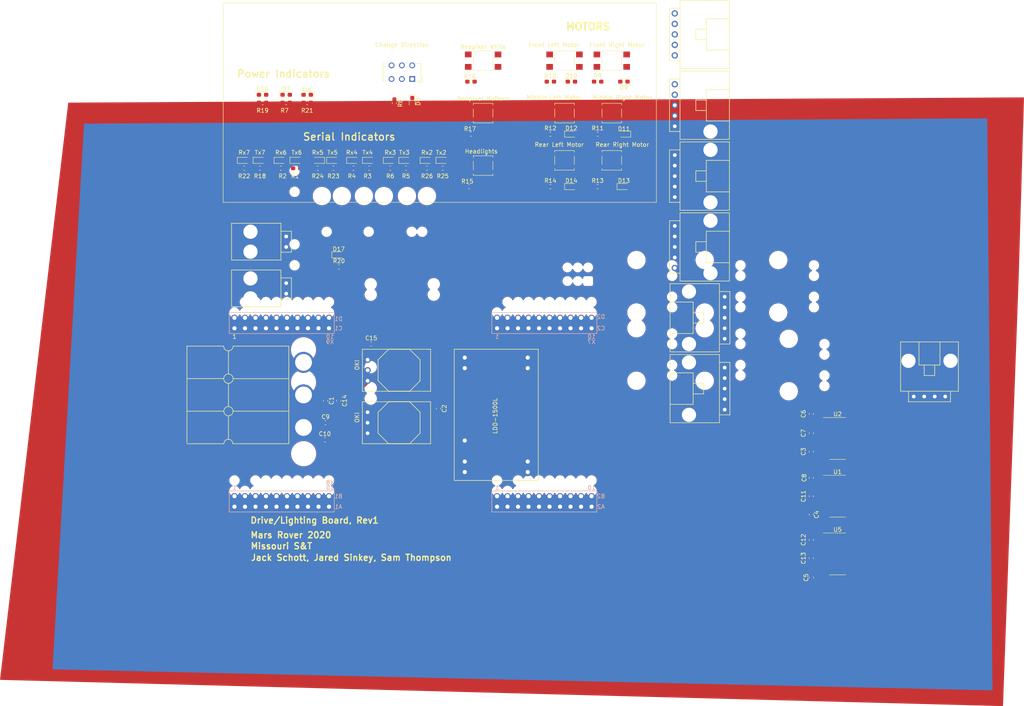
<source format=kicad_pcb>
(kicad_pcb (version 20171130) (host pcbnew "(5.1.4)-1")
  (layers (0 F.Cu signal) (31 B.Cu signal) (34 B.Paste user) (35 F.Paste user) (36 B.SilkS user) (37 F.SilkS user) (38 B.Mask user) (39 F.Mask user) (44 Edge.Cuts user))
  (net 0 "")
  (net 1 GND)
  (net 2 +12V)
  (net 3 "Net-(C3-Pad1)")
  (net 4 "Net-(C3-Pad2)")
  (net 5 "Net-(C4-Pad2)")
  (net 6 "Net-(C4-Pad1)")
  (net 7 "Net-(C5-Pad1)")
  (net 8 "Net-(C5-Pad2)")
  (net 9 "Net-(C6-Pad2)")
  (net 10 "Net-(C6-Pad1)")
  (net 11 "Net-(C7-Pad2)")
  (net 12 "Net-(C7-Pad1)")
  (net 13 "Net-(C8-Pad1)")
  (net 14 "Net-(C8-Pad2)")
  (net 15 "Net-(D1-Pad2)")
  (net 16 "Net-(D2-Pad2)")
  (net 17 "Net-(D3-Pad2)")
  (net 18 "Net-(D4-Pad2)")
  (net 19 "Net-(D5-Pad2)")
  (net 20 "Net-(D6-Pad2)")
  (net 21 "Net-(D7-Pad2)")
  (net 22 "Net-(D8-Pad2)")
  (net 23 "Net-(D9-Pad2)")
  (net 24 "Net-(D11-Pad2)")
  (net 25 "Net-(D13-Pad2)")
  (net 26 Tx6)
  (net 27 Rx6)
  (net 28 Tx4)
  (net 29 Rx4)
  (net 30 Tx3)
  (net 31 Rx3)
  (net 32 +3V3)
  (net 33 switch_direction)
  (net 34 +5V)
  (net 35 "Net-(Conn2-Pad2)")
  (net 36 "Net-(Conn3-Pad2)")
  (net 37 "Net-(Conn4-Pad2)")
  (net 38 "Net-(Conn5-Pad2)")
  (net 39 "Net-(Conn6-Pad2)")
  (net 40 "Net-(Conn7-Pad2)")
  (net 41 "Net-(U4-PadPB4)")
  (net 42 "Net-(U4-PadPB5)")
  (net 43 "Net-(U4-PadPK3)")
  (net 44 +12VA)
  (net 45 Dout_NeoPixel)
  (net 46 "Net-(D16-Pad2)")
  (net 47 "Net-(D17-Pad2)")
  (net 48 "Net-(D18-Pad2)")
  (net 49 Headlight_Power)
  (net 50 NeoPixel_White)
  (net 51 NeoPixel_Pattern)
  (net 52 Headlight_OnOff_PWM)
  (net 53 "Net-(U4-PadPQ0)")
  (net 54 "Net-(U4-PadPN5)")
  (net 55 "Net-(U4-PadPD4)")
  (net 56 "Net-(U4-PadPD5)")
  (net 57 "Net-(U4-PadPP4)")
  (net 58 "Net-(U4-PadPN4)")
  (net 59 "Net-(U4-PadPQ2)")
  (net 60 "Net-(U4-PadPQ3)")
  (net 61 "Net-(U4-PadPG1)")
  (net 62 "Net-(U4-PadPK7)")
  (net 63 "Net-(U4-PadPM7)")
  (net 64 "Net-(U4-PadPP5)")
  (net 65 "Net-(U4-Pad+5V)")
  (net 66 "Net-(U4-PadPE0)")
  (net 67 "Net-(U4-PadPE1)")
  (net 68 "Net-(U4-PadPE2)")
  (net 69 "Net-(U4-PadPE3)")
  (net 70 "Net-(U4-PadPD7)")
  (net 71 "Net-(U4-Pad+3V3)")
  (net 72 "Net-(U4-PadPE4)")
  (net 73 "Net-(U4-PadPE5)")
  (net 74 "Net-(U4-PadPB2)")
  (net 75 "Net-(U4-PadPF2)")
  (net 76 "Net-(U4-PadPF3)")
  (net 77 "Net-(U4-PadPG0)")
  (net 78 "Net-(U4-PadPL0)")
  (net 79 "Net-(U4-PadPL1)")
  (net 80 "Net-(U4-PadPL2)")
  (net 81 "Net-(U4-PadPL3)")
  (net 82 "Net-(U4-PadPH2)")
  (net 83 "Net-(U4-PadPH3)")
  (net 84 "Net-(U4-PadRese)")
  (net 85 "Net-(U4-PadPN2)")
  (net 86 "Net-(U4-PadPN3)")
  (net 87 "Net-(U4-PadPH0)")
  (net 88 "Net-(U4-PadPK2)")
  (net 89 "Net-(U4-PadPL4)")
  (net 90 "Net-(U4-PadPL5)")
  (net 91 "Net-(U4-PadPM3)")
  (net 92 "Net-(U4-PadPQ1)")
  (net 93 "Net-(U4-PadPP3)")
  (net 94 "Net-(U4-PadPM0)")
  (net 95 "Net-(C11-Pad2)")
  (net 96 "Net-(C11-Pad1)")
  (net 97 "Net-(C12-Pad1)")
  (net 98 "Net-(C12-Pad2)")
  (net 99 "Net-(C13-Pad1)")
  (net 100 "Net-(C13-Pad2)")
  (net 101 FL_In)
  (net 102 FL_Out)
  (net 103 "Net-(Conn2-Pad1)")
  (net 104 "Net-(Conn3-Pad1)")
  (net 105 ML_Out)
  (net 106 ML_In)
  (net 107 RL_In)
  (net 108 RL_Out)
  (net 109 "Net-(Conn4-Pad1)")
  (net 110 "Net-(Conn5-Pad1)")
  (net 111 FR_Out)
  (net 112 FR_In)
  (net 113 "Net-(Conn6-Pad1)")
  (net 114 MR_Out)
  (net 115 MR_In)
  (net 116 RR_In)
  (net 117 RR_Out)
  (net 118 "Net-(Conn7-Pad1)")
  (net 119 "Net-(D10-Pad2)")
  (net 120 "Net-(D12-Pad2)")
  (net 121 "Net-(D14-Pad2)")
  (net 122 "Net-(D15-Pad2)")
  (net 123 "Net-(D19-Pad2)")
  (net 124 "Net-(D20-Pad2)")
  (net 125 "Net-(D21-Pad2)")
  (net 126 "Net-(D22-Pad2)")
  (net 127 "Net-(D23-Pad2)")
  (net 128 FR_Motor)
  (net 129 FL_Motor)
  (net 130 MR_Motor)
  (net 131 ML_Motor)
  (net 132 RR_Motor)
  (net 133 RL_Motor)
  (net 134 Tx7)
  (net 135 Rx7)
  (net 136 Tx5)
  (net 137 Rx5)
  (net 138 Tx2)
  (net 139 Rx2)
  (net 140 "Net-(Conn10-Pad1)")
  (net 141 "Net-(Conn10-Pad2)")
  (net 142 cs2)
  (net 143 clk2)
  (net 144 MOSI2)
  (net 145 MISO2)
  (module Capacitor_SMD:C_0603_1608Metric_Pad1.05x0.95mm_HandSolder (layer F.Cu) (at 146.05 143.27 270)
    (fp_text reference C1 (at 0 -1.43 90) (layer F.SilkS))
    (fp_text value 10uF)
    (pad 2 smd roundrect (at 0.875 0 270) (size 1.05 0.95) (layers F.Cu F.Paste F.Mask) (net 1 GND))
    (pad 1 smd roundrect (at -0.875 0 270) (size 1.05 0.95) (layers F.Cu F.Paste F.Mask) (net 2 +12V))
  )
  (module Capacitor_SMD:C_0603_1608Metric_Pad1.05x0.95mm_HandSolder (layer F.Cu) (at 173.355 145.175 270)
    (fp_text reference C2 (at 0 -1.43 90) (layer F.SilkS))
    (fp_text value 10uF)
    (pad 1 smd roundrect (at -0.875 0 270) (size 1.05 0.95) (layers F.Cu F.Paste F.Mask) (net 32 +3V3))
    (pad 2 smd roundrect (at 0.875 0 270) (size 1.05 0.95) (layers F.Cu F.Paste F.Mask) (net 1 GND))
  )
  (module LED_SMD:LED_0603_1608Metric_Pad1.05x0.95mm_HandSolder (layer F.Cu) (at 139.065 85.09)
    (fp_text reference Tx6 (at 0 -1.905) (layer F.SilkS))
    (fp_text value LED)
    (pad 2 smd roundrect (at 0.875 0) (size 1.05 0.95) (layers F.Cu F.Paste F.Mask) (net 15 "Net-(D1-Pad2)"))
    (pad 1 smd roundrect (at -0.875 0) (size 1.05 0.95) (layers F.Cu F.Paste F.Mask) (net 1 GND))
  )
  (module LED_SMD:LED_0603_1608Metric_Pad1.05x0.95mm_HandSolder (layer F.Cu) (at 135.255 85.09)
    (fp_text reference Rx6 (at 0 -1.905) (layer F.SilkS))
    (fp_text value LED)
    (pad 2 smd roundrect (at 0.875 0) (size 1.05 0.95) (layers F.Cu F.Paste F.Mask) (net 16 "Net-(D2-Pad2)"))
    (pad 1 smd roundrect (at -0.875 0) (size 1.05 0.95) (layers F.Cu F.Paste F.Mask) (net 1 GND))
  )
  (module LED_SMD:LED_0603_1608Metric_Pad1.05x0.95mm_HandSolder (layer F.Cu) (at 156.605 85.09)
    (fp_text reference Tx4 (at -0.395 -1.905) (layer F.SilkS))
    (fp_text value LED)
    (pad 2 smd roundrect (at 0.875 0) (size 1.05 0.95) (layers F.Cu F.Paste F.Mask) (net 17 "Net-(D3-Pad2)"))
    (pad 1 smd roundrect (at -0.875 0) (size 1.05 0.95) (layers F.Cu F.Paste F.Mask) (net 1 GND))
  )
  (module LED_SMD:LED_0603_1608Metric_Pad1.05x0.95mm_HandSolder (layer F.Cu) (at 152.795 85.09)
    (fp_text reference Rx4 (at -0.395 -1.905) (layer F.SilkS))
    (fp_text value LED)
    (pad 2 smd roundrect (at 0.875 0) (size 1.05 0.95) (layers F.Cu F.Paste F.Mask) (net 18 "Net-(D4-Pad2)"))
    (pad 1 smd roundrect (at -0.875 0) (size 1.05 0.95) (layers F.Cu F.Paste F.Mask) (net 1 GND))
  )
  (module LED_SMD:LED_0603_1608Metric_Pad1.05x0.95mm_HandSolder (layer F.Cu) (at 165.4175 85.09)
    (fp_text reference Tx3 (at -0.3175 -1.905) (layer F.SilkS))
    (fp_text value LED)
    (pad 2 smd roundrect (at 0.875 0) (size 1.05 0.95) (layers F.Cu F.Paste F.Mask) (net 19 "Net-(D5-Pad2)"))
    (pad 1 smd roundrect (at -0.875 0) (size 1.05 0.95) (layers F.Cu F.Paste F.Mask) (net 1 GND))
  )
  (module LED_SMD:LED_0603_1608Metric_Pad1.05x0.95mm_HandSolder (layer F.Cu) (at 161.685 85.09)
    (fp_text reference Rx3 (at 0 -1.905) (layer F.SilkS))
    (fp_text value LED)
    (pad 1 smd roundrect (at -0.875 0) (size 1.05 0.95) (layers F.Cu F.Paste F.Mask) (net 1 GND))
    (pad 2 smd roundrect (at 0.875 0) (size 1.05 0.95) (layers F.Cu F.Paste F.Mask) (net 20 "Net-(D6-Pad2)"))
  )
  (module LED_SMD:LED_0603_1608Metric_Pad1.05x0.95mm_HandSolder (layer F.Cu) (at 136.525 69.215)
    (fp_text reference D7 (at 0 -1.43) (layer F.SilkS))
    (fp_text value LED)
    (pad 2 smd roundrect (at 0.875 0) (size 1.05 0.95) (layers F.Cu F.Paste F.Mask) (net 21 "Net-(D7-Pad2)"))
    (pad 1 smd roundrect (at -0.875 0) (size 1.05 0.95) (layers F.Cu F.Paste F.Mask) (net 1 GND))
  )
  (module LED_SMD:LED_0603_1608Metric_Pad1.05x0.95mm_HandSolder (layer F.Cu) (at 167.005 70.88 270)
    (fp_text reference D8 (at 0 -1.43 90) (layer F.SilkS))
    (fp_text value LED)
    (pad 2 smd roundrect (at 0.875 0 270) (size 1.05 0.95) (layers F.Cu F.Paste F.Mask) (net 22 "Net-(D8-Pad2)"))
    (pad 1 smd roundrect (at -0.875 0 270) (size 1.05 0.95) (layers F.Cu F.Paste F.Mask) (net 1 GND))
  )
  (module LED_SMD:LED_0603_1608Metric_Pad1.05x0.95mm_HandSolder (layer F.Cu) (at 218.2 66.04 180)
    (fp_text reference D9 (at 0 -1.43) (layer F.SilkS))
    (fp_text value LED)
    (pad 2 smd roundrect (at 0.875 0 180) (size 1.05 0.95) (layers F.Cu F.Paste F.Mask) (net 23 "Net-(D9-Pad2)"))
    (pad 1 smd roundrect (at -0.875 0 180) (size 1.05 0.95) (layers F.Cu F.Paste F.Mask) (net 1 GND))
  )
  (module LED_SMD:LED_0603_1608Metric_Pad1.05x0.95mm_HandSolder (layer F.Cu) (at 218.2 78.74 180)
    (fp_text reference D11 (at 0 1.27) (layer F.SilkS))
    (fp_text value LED)
    (pad 2 smd roundrect (at 0.875 0 180) (size 1.05 0.95) (layers F.Cu F.Paste F.Mask) (net 24 "Net-(D11-Pad2)"))
    (pad 1 smd roundrect (at -0.875 0 180) (size 1.05 0.95) (layers F.Cu F.Paste F.Mask) (net 1 GND))
  )
  (module LED_SMD:LED_0603_1608Metric_Pad1.05x0.95mm_HandSolder (layer F.Cu) (at 218.2 91.44)
    (fp_text reference D13 (at 0 -1.43) (layer F.SilkS))
    (fp_text value LED)
    (pad 2 smd roundrect (at 0.875 0) (size 1.05 0.95) (layers F.Cu F.Paste F.Mask) (net 25 "Net-(D13-Pad2)"))
    (pad 1 smd roundrect (at -0.875 0) (size 1.05 0.95) (layers F.Cu F.Paste F.Mask) (net 1 GND))
  )
  (module Resistor_SMD:R_0603_1608Metric_Pad1.05x0.95mm_HandSolder (layer F.Cu) (at 139.065 86.995)
    (fp_text reference R1 (at -0.395 1.905) (layer F.SilkS))
    (fp_text value 500)
    (pad 2 smd roundrect (at 0.875 0) (size 1.05 0.95) (layers F.Cu F.Paste F.Mask) (net 15 "Net-(D1-Pad2)"))
    (pad 1 smd roundrect (at -0.875 0) (size 1.05 0.95) (layers F.Cu F.Paste F.Mask) (net 26 Tx6))
  )
  (module Resistor_SMD:R_0603_1608Metric_Pad1.05x0.95mm_HandSolder (layer F.Cu) (at 135.255 86.995)
    (fp_text reference R2 (at 0.395 1.905) (layer F.SilkS))
    (fp_text value 500)
    (pad 2 smd roundrect (at 0.875 0) (size 1.05 0.95) (layers F.Cu F.Paste F.Mask) (net 16 "Net-(D2-Pad2)"))
    (pad 1 smd roundrect (at -0.875 0) (size 1.05 0.95) (layers F.Cu F.Paste F.Mask) (net 27 Rx6))
  )
  (module Resistor_SMD:R_0603_1608Metric_Pad1.05x0.95mm_HandSolder (layer F.Cu) (at 156.605 86.995)
    (fp_text reference R3 (at -0.395 1.905) (layer F.SilkS))
    (fp_text value 500)
    (pad 2 smd roundrect (at 0.875 0) (size 1.05 0.95) (layers F.Cu F.Paste F.Mask) (net 17 "Net-(D3-Pad2)"))
    (pad 1 smd roundrect (at -0.875 0) (size 1.05 0.95) (layers F.Cu F.Paste F.Mask) (net 28 Tx4))
  )
  (module Resistor_SMD:R_0603_1608Metric_Pad1.05x0.95mm_HandSolder (layer F.Cu) (at 152.795 86.995)
    (fp_text reference R4 (at -0.395 1.905) (layer F.SilkS))
    (fp_text value 500)
    (pad 2 smd roundrect (at 0.875 0) (size 1.05 0.95) (layers F.Cu F.Paste F.Mask) (net 18 "Net-(D4-Pad2)"))
    (pad 1 smd roundrect (at -0.875 0) (size 1.05 0.95) (layers F.Cu F.Paste F.Mask) (net 29 Rx4))
  )
  (module Resistor_SMD:R_0603_1608Metric_Pad1.05x0.95mm_HandSolder (layer F.Cu) (at 165.495 86.995)
    (fp_text reference R5 (at 0 1.905) (layer F.SilkS))
    (fp_text value 500)
    (pad 2 smd roundrect (at 0.875 0) (size 1.05 0.95) (layers F.Cu F.Paste F.Mask) (net 19 "Net-(D5-Pad2)"))
    (pad 1 smd roundrect (at -0.875 0) (size 1.05 0.95) (layers F.Cu F.Paste F.Mask) (net 30 Tx3))
  )
  (module Resistor_SMD:R_0603_1608Metric_Pad1.05x0.95mm_HandSolder (layer F.Cu) (at 161.685 86.995)
    (fp_text reference R6 (at 0 1.905) (layer F.SilkS))
    (fp_text value 500)
    (pad 1 smd roundrect (at -0.875 0) (size 1.05 0.95) (layers F.Cu F.Paste F.Mask) (net 31 Rx3))
    (pad 2 smd roundrect (at 0.875 0) (size 1.05 0.95) (layers F.Cu F.Paste F.Mask) (net 20 "Net-(D6-Pad2)"))
  )
  (module Resistor_SMD:R_0603_1608Metric_Pad1.05x0.95mm_HandSolder (layer F.Cu) (at 136.525 71.12)
    (fp_text reference R7 (at -0.395 1.905) (layer F.SilkS))
    (fp_text value 330)
    (pad 1 smd roundrect (at -0.875 0) (size 1.05 0.95) (layers F.Cu F.Paste F.Mask) (net 32 +3V3))
    (pad 2 smd roundrect (at 0.875 0) (size 1.05 0.95) (layers F.Cu F.Paste F.Mask) (net 21 "Net-(D7-Pad2)"))
  )
  (module Resistor_SMD:R_0603_1608Metric_Pad1.05x0.95mm_HandSolder (layer F.Cu) (at 162.687 71.247 270)
    (fp_text reference R8 (at 0 -1.43 90) (layer F.SilkS))
    (fp_text value 330)
    (pad 1 smd roundrect (at -0.875 0 270) (size 1.05 0.95) (layers F.Cu F.Paste F.Mask) (net 22 "Net-(D8-Pad2)"))
    (pad 2 smd roundrect (at 0.875 0 270) (size 1.05 0.95) (layers F.Cu F.Paste F.Mask) (net 33 switch_direction))
  )
  (module Resistor_SMD:R_0603_1608Metric_Pad1.05x0.95mm_HandSolder (layer F.Cu) (at 211.85 66.04)
    (fp_text reference R9 (at 0 -1.43) (layer F.SilkS))
    (fp_text value 330)
    (pad 2 smd roundrect (at 0.875 0) (size 1.05 0.95) (layers F.Cu F.Paste F.Mask) (net 128 FR_Motor))
    (pad 1 smd roundrect (at -0.875 0) (size 1.05 0.95) (layers F.Cu F.Paste F.Mask) (net 23 "Net-(D9-Pad2)"))
  )
  (module Resistor_SMD:R_0603_1608Metric_Pad1.05x0.95mm_HandSolder (layer F.Cu) (at 211.85 78.74)
    (fp_text reference R11 (at 0 -1.43) (layer F.SilkS))
    (fp_text value 330)
    (pad 2 smd roundrect (at 0.875 0) (size 1.05 0.95) (layers F.Cu F.Paste F.Mask) (net 130 MR_Motor))
    (pad 1 smd roundrect (at -0.875 0) (size 1.05 0.95) (layers F.Cu F.Paste F.Mask) (net 24 "Net-(D11-Pad2)"))
  )
  (module Resistor_SMD:R_0603_1608Metric_Pad1.05x0.95mm_HandSolder (layer F.Cu) (at 211.85 91.44)
    (fp_text reference R13 (at 0 -1.43) (layer F.SilkS))
    (fp_text value 330)
    (pad 2 smd roundrect (at 0.875 0) (size 1.05 0.95) (layers F.Cu F.Paste F.Mask) (net 132 RR_Motor))
    (pad 1 smd roundrect (at -0.875 0) (size 1.05 0.95) (layers F.Cu F.Paste F.Mask) (net 25 "Net-(D13-Pad2)"))
  )
  (module MRDT_Devices:OKI_Horizontal (layer F.Cu) (at 154.94 153.67 90)
    (fp_text reference U3 hide)
    (fp_text value OKI (at 6.35 -1.27 90) (layer F.SilkS))
    (pad 3 thru_hole circle (at 7.62 1.27 90) (size 1.524 1.524) (drill 0.889) (layers *.Cu *.Mask) (net 32 +3V3))
    (pad 2 thru_hole circle (at 5.08 1.27 90) (size 1.524 1.524) (drill 0.889) (layers *.Cu *.Mask) (net 1 GND))
    (pad 1 thru_hole circle (at 2.54 1.27 90) (size 1.524 1.524) (drill 0.889) (layers *.Cu *.Mask) (net 2 +12V))
  )
  (module MRDT_Devices:OKI_Horizontal (layer F.Cu) (at 154.94 140.97 90)
    (fp_text reference U6 hide)
    (fp_text value OKI (at 6.35 -1.27 90) (layer F.SilkS))
    (pad 1 thru_hole circle (at 2.54 1.27 90) (size 1.524 1.524) (drill 0.889) (layers *.Cu *.Mask) (net 2 +12V))
    (pad 2 thru_hole circle (at 5.08 1.27 90) (size 1.524 1.524) (drill 0.889) (layers *.Cu *.Mask) (net 1 GND))
    (pad 3 thru_hole circle (at 7.62 1.27 90) (size 1.524 1.524) (drill 0.889) (layers *.Cu *.Mask) (net 34 +5V))
  )
  (module Button_Switch_SMD:SW_SPST_TL3305A (layer F.Cu) (at 215.265 73.66 180)
    (fp_text reference "Middle Right Motor" (at -2.54 3.81) (layer F.SilkS))
    (fp_text value SW_Push)
    (pad 2 smd rect (at -3.6 1.5 180) (size 1.6 1.4) (layers F.Cu F.Paste F.Mask) (net 130 MR_Motor))
    (pad 2 smd rect (at 3.6 1.5 180) (size 1.6 1.4) (layers F.Cu F.Paste F.Mask) (net 130 MR_Motor))
    (pad 1 smd rect (at -3.6 -1.5 180) (size 1.6 1.4) (layers F.Cu F.Paste F.Mask) (net 32 +3V3))
    (pad 1 smd rect (at 3.6 -1.5 180) (size 1.6 1.4) (layers F.Cu F.Paste F.Mask) (net 32 +3V3))
  )
  (module Button_Switch_SMD:SW_SPST_TL3305A (layer F.Cu) (at 215.265 85.09 180)
    (fp_text reference "Rear Right Motor" (at -2.54 3.81) (layer F.SilkS))
    (fp_text value SW_Push)
    (pad 2 smd rect (at -3.6 1.5 180) (size 1.6 1.4) (layers F.Cu F.Paste F.Mask) (net 132 RR_Motor))
    (pad 2 smd rect (at 3.6 1.5 180) (size 1.6 1.4) (layers F.Cu F.Paste F.Mask) (net 132 RR_Motor))
    (pad 1 smd rect (at -3.6 -1.5 180) (size 1.6 1.4) (layers F.Cu F.Paste F.Mask) (net 32 +3V3))
    (pad 1 smd rect (at 3.6 -1.5 180) (size 1.6 1.4) (layers F.Cu F.Paste F.Mask) (net 32 +3V3))
  )
  (module Package_SO:SOIC-16_3.9x9.9mm_P1.27mm (layer F.Cu) (at 269.875 166.37)
    (fp_text reference U1 (at 0 -5.9) (layer F.SilkS))
    (fp_text value MAX_3232)
    (pad 1 smd roundrect (at -2.475 -4.445) (size 1.95 0.6) (layers F.Cu F.Paste F.Mask) (net 13 "Net-(C8-Pad1)"))
    (pad 2 smd roundrect (at -2.475 -3.175) (size 1.95 0.6) (layers F.Cu F.Paste F.Mask) (net 6 "Net-(C4-Pad1)"))
    (pad 3 smd roundrect (at -2.475 -1.905) (size 1.95 0.6) (layers F.Cu F.Paste F.Mask) (net 14 "Net-(C8-Pad2)"))
    (pad 4 smd roundrect (at -2.475 -0.635) (size 1.95 0.6) (layers F.Cu F.Paste F.Mask) (net 96 "Net-(C11-Pad1)"))
    (pad 5 smd roundrect (at -2.475 0.635) (size 1.95 0.6) (layers F.Cu F.Paste F.Mask) (net 95 "Net-(C11-Pad2)"))
    (pad 6 smd roundrect (at -2.475 1.905) (size 1.95 0.6) (layers F.Cu F.Paste F.Mask) (net 5 "Net-(C4-Pad2)"))
    (pad 7 smd roundrect (at -2.475 3.175) (size 1.95 0.6) (layers F.Cu F.Paste F.Mask) (net 114 MR_Out))
    (pad 8 smd roundrect (at -2.475 4.445) (size 1.95 0.6) (layers F.Cu F.Paste F.Mask) (net 115 MR_In))
    (pad 9 smd roundrect (at 2.475 4.445) (size 1.95 0.6) (layers F.Cu F.Paste F.Mask) (net 29 Rx4))
    (pad 10 smd roundrect (at 2.475 3.175) (size 1.95 0.6) (layers F.Cu F.Paste F.Mask) (net 28 Tx4))
    (pad 11 smd roundrect (at 2.475 1.905) (size 1.95 0.6) (layers F.Cu F.Paste F.Mask) (net 136 Tx5))
    (pad 12 smd roundrect (at 2.475 0.635) (size 1.95 0.6) (layers F.Cu F.Paste F.Mask) (net 137 Rx5))
    (pad 13 smd roundrect (at 2.475 -0.635) (size 1.95 0.6) (layers F.Cu F.Paste F.Mask) (net 106 ML_In))
    (pad 14 smd roundrect (at 2.475 -1.905) (size 1.95 0.6) (layers F.Cu F.Paste F.Mask) (net 105 ML_Out))
    (pad 15 smd roundrect (at 2.475 -3.175) (size 1.95 0.6) (layers F.Cu F.Paste F.Mask) (net 1 GND))
    (pad 16 smd roundrect (at 2.475 -4.445) (size 1.95 0.6) (layers F.Cu F.Paste F.Mask) (net 34 +5V))
  )
  (module Package_SO:SOIC-16_3.9x9.9mm_P1.27mm (layer F.Cu) (at 269.875 152.4)
    (fp_text reference U2 (at 0 -5.9) (layer F.SilkS))
    (fp_text value MAX_3232)
    (pad 1 smd roundrect (at -2.475 -4.445) (size 1.95 0.6) (layers F.Cu F.Paste F.Mask) (net 10 "Net-(C6-Pad1)"))
    (pad 2 smd roundrect (at -2.475 -3.175) (size 1.95 0.6) (layers F.Cu F.Paste F.Mask) (net 3 "Net-(C3-Pad1)"))
    (pad 3 smd roundrect (at -2.475 -1.905) (size 1.95 0.6) (layers F.Cu F.Paste F.Mask) (net 9 "Net-(C6-Pad2)"))
    (pad 4 smd roundrect (at -2.475 -0.635) (size 1.95 0.6) (layers F.Cu F.Paste F.Mask) (net 12 "Net-(C7-Pad1)"))
    (pad 5 smd roundrect (at -2.475 0.635) (size 1.95 0.6) (layers F.Cu F.Paste F.Mask) (net 11 "Net-(C7-Pad2)"))
    (pad 6 smd roundrect (at -2.475 1.905) (size 1.95 0.6) (layers F.Cu F.Paste F.Mask) (net 4 "Net-(C3-Pad2)"))
    (pad 7 smd roundrect (at -2.475 3.175) (size 1.95 0.6) (layers F.Cu F.Paste F.Mask) (net 111 FR_Out))
    (pad 8 smd roundrect (at -2.475 4.445) (size 1.95 0.6) (layers F.Cu F.Paste F.Mask) (net 112 FR_In))
    (pad 9 smd roundrect (at 2.475 4.445) (size 1.95 0.6) (layers F.Cu F.Paste F.Mask) (net 27 Rx6))
    (pad 10 smd roundrect (at 2.475 3.175) (size 1.95 0.6) (layers F.Cu F.Paste F.Mask) (net 26 Tx6))
    (pad 11 smd roundrect (at 2.475 1.905) (size 1.95 0.6) (layers F.Cu F.Paste F.Mask) (net 134 Tx7))
    (pad 12 smd roundrect (at 2.475 0.635) (size 1.95 0.6) (layers F.Cu F.Paste F.Mask) (net 135 Rx7))
    (pad 13 smd roundrect (at 2.475 -0.635) (size 1.95 0.6) (layers F.Cu F.Paste F.Mask) (net 101 FL_In))
    (pad 14 smd roundrect (at 2.475 -1.905) (size 1.95 0.6) (layers F.Cu F.Paste F.Mask) (net 102 FL_Out))
    (pad 15 smd roundrect (at 2.475 -3.175) (size 1.95 0.6) (layers F.Cu F.Paste F.Mask) (net 1 GND))
    (pad 16 smd roundrect (at 2.475 -4.445) (size 1.95 0.6) (layers F.Cu F.Paste F.Mask) (net 34 +5V))
  )
  (module Package_SO:SOIC-16_3.9x9.9mm_P1.27mm (layer F.Cu) (at 269.875 180.34)
    (fp_text reference U5 (at 0 -5.9) (layer F.SilkS))
    (fp_text value MAX_3232)
    (pad 16 smd roundrect (at 2.475 -4.445) (size 1.95 0.6) (layers F.Cu F.Paste F.Mask) (net 34 +5V))
    (pad 15 smd roundrect (at 2.475 -3.175) (size 1.95 0.6) (layers F.Cu F.Paste F.Mask) (net 1 GND))
    (pad 14 smd roundrect (at 2.475 -1.905) (size 1.95 0.6) (layers F.Cu F.Paste F.Mask) (net 108 RL_Out))
    (pad 13 smd roundrect (at 2.475 -0.635) (size 1.95 0.6) (layers F.Cu F.Paste F.Mask) (net 107 RL_In))
    (pad 12 smd roundrect (at 2.475 0.635) (size 1.95 0.6) (layers F.Cu F.Paste F.Mask) (net 31 Rx3))
    (pad 11 smd roundrect (at 2.475 1.905) (size 1.95 0.6) (layers F.Cu F.Paste F.Mask) (net 30 Tx3))
    (pad 10 smd roundrect (at 2.475 3.175) (size 1.95 0.6) (layers F.Cu F.Paste F.Mask) (net 138 Tx2))
    (pad 9 smd roundrect (at 2.475 4.445) (size 1.95 0.6) (layers F.Cu F.Paste F.Mask) (net 139 Rx2))
    (pad 8 smd roundrect (at -2.475 4.445) (size 1.95 0.6) (layers F.Cu F.Paste F.Mask) (net 116 RR_In))
    (pad 7 smd roundrect (at -2.475 3.175) (size 1.95 0.6) (layers F.Cu F.Paste F.Mask) (net 117 RR_Out))
    (pad 6 smd roundrect (at -2.475 1.905) (size 1.95 0.6) (layers F.Cu F.Paste F.Mask) (net 8 "Net-(C5-Pad2)"))
    (pad 5 smd roundrect (at -2.475 0.635) (size 1.95 0.6) (layers F.Cu F.Paste F.Mask) (net 100 "Net-(C13-Pad2)"))
    (pad 4 smd roundrect (at -2.475 -0.635) (size 1.95 0.6) (layers F.Cu F.Paste F.Mask) (net 99 "Net-(C13-Pad1)"))
    (pad 3 smd roundrect (at -2.475 -1.905) (size 1.95 0.6) (layers F.Cu F.Paste F.Mask) (net 98 "Net-(C12-Pad2)"))
    (pad 2 smd roundrect (at -2.475 -3.175) (size 1.95 0.6) (layers F.Cu F.Paste F.Mask) (net 7 "Net-(C5-Pad1)"))
    (pad 1 smd roundrect (at -2.475 -4.445) (size 1.95 0.6) (layers F.Cu F.Paste F.Mask) (net 97 "Net-(C12-Pad1)"))
  )
  (module Capacitor_SMD:C_0603_1608Metric_Pad1.05x0.95mm_HandSolder (layer F.Cu) (at 146.05 148.59)
    (fp_text reference C9 (at 0 -1.43) (layer F.SilkS))
    (fp_text value 10uF)
    (pad 1 smd roundrect (at -0.875 0) (size 1.05 0.95) (layers F.Cu F.Paste F.Mask) (net 44 +12VA))
    (pad 2 smd roundrect (at 0.875 0) (size 1.05 0.95) (layers F.Cu F.Paste F.Mask) (net 1 GND))
  )
  (module Capacitor_SMD:C_0603_1608Metric_Pad1.05x0.95mm_HandSolder (layer F.Cu) (at 145.8735 152.7175)
    (fp_text reference C10 (at 0 -1.43) (layer F.SilkS))
    (fp_text value 10uF)
    (pad 2 smd roundrect (at 0.875 0) (size 1.05 0.95) (layers F.Cu F.Paste F.Mask) (net 1 GND))
    (pad 1 smd roundrect (at -0.875 0) (size 1.05 0.95) (layers F.Cu F.Paste F.Mask) (net 44 +12VA))
  )
  (module MRDT_Connectors:MOLEX_SL_02_Horizontal (layer F.Cu) (at 136.525 104.775 90)
    (fp_text reference Conn9 hide)
    (fp_text value Molex_SL_02)
    (pad "" np_thru_hole circle (at 2.413 -8.636 90) (size 3.45 3.45) (drill 3.45) (layers *.Cu *.Mask))
    (pad 2 thru_hole circle (at 1.27 0 90) (size 1.524 1.524) (drill 0.9) (layers *.Cu *.Mask) (net 1 GND))
    (pad 1 thru_hole circle (at -1.27 0 90) (size 1.524 1.524) (drill 0.9) (layers *.Cu *.Mask) (net 45 Dout_NeoPixel))
    (pad "" np_thru_hole circle (at -2.415 -8.64 90) (size 3.45 3.45) (drill 3.45) (layers *.Cu *.Mask))
  )
  (module MRDT_Connectors:MOLEX_SL_02_Horizontal (layer F.Cu) (at 136.525 116.078 90)
    (fp_text reference Conn11 hide)
    (fp_text value Molex_SL_02)
    (pad "" np_thru_hole circle (at -2.415 -8.64 90) (size 3.45 3.45) (drill 3.45) (layers *.Cu *.Mask))
    (pad 1 thru_hole circle (at -1.27 0 90) (size 1.524 1.524) (drill 0.9) (layers *.Cu *.Mask) (net 45 Dout_NeoPixel))
    (pad 2 thru_hole circle (at 1.27 0 90) (size 1.524 1.524) (drill 0.9) (layers *.Cu *.Mask) (net 1 GND))
    (pad "" np_thru_hole circle (at 2.413 -8.636 90) (size 3.45 3.45) (drill 3.45) (layers *.Cu *.Mask))
  )
  (module LED_SMD:LED_0603_1608Metric_Pad1.05x0.95mm_HandSolder (layer F.Cu) (at 130.81 69.215)
    (fp_text reference D16 (at 0 -1.43) (layer F.SilkS))
    (fp_text value G_LED)
    (pad 1 smd roundrect (at -0.875 0) (size 1.05 0.95) (layers F.Cu F.Paste F.Mask) (net 1 GND))
    (pad 2 smd roundrect (at 0.875 0) (size 1.05 0.95) (layers F.Cu F.Paste F.Mask) (net 46 "Net-(D16-Pad2)"))
  )
  (module LED_SMD:LED_0603_1608Metric_Pad1.05x0.95mm_HandSolder (layer F.Cu) (at 149.211 107.95)
    (fp_text reference D17 (at 0.014 -1.397) (layer F.SilkS))
    (fp_text value Org_LED)
    (pad 1 smd roundrect (at -0.875 0) (size 1.05 0.95) (layers F.Cu F.Paste F.Mask) (net 1 GND))
    (pad 2 smd roundrect (at 0.875 0) (size 1.05 0.95) (layers F.Cu F.Paste F.Mask) (net 47 "Net-(D17-Pad2)"))
  )
  (module LED_SMD:LED_0603_1608Metric_Pad1.05x0.95mm_HandSolder (layer F.Cu) (at 141.605 69.215 180)
    (fp_text reference D18 (at 0.24 1.27) (layer F.SilkS) (effects (font (size 0.762 0.762) (thickness 0.127))))
    (fp_text value Org_LED)
    (pad 2 smd roundrect (at 0.875 0 180) (size 1.05 0.95) (layers F.Cu F.Paste F.Mask) (net 48 "Net-(D18-Pad2)"))
    (pad 1 smd roundrect (at -0.875 0 180) (size 1.05 0.95) (layers F.Cu F.Paste F.Mask) (net 1 GND))
  )
  (module Resistor_SMD:R_0603_1608Metric_Pad1.05x0.95mm_HandSolder (layer F.Cu) (at 180.735 91.44)
    (fp_text reference R15 (at -0.395 -1.27) (layer F.SilkS))
    (fp_text value 330)
    (pad 1 smd roundrect (at -0.875 0) (size 1.05 0.95) (layers F.Cu F.Paste F.Mask) (net 1 GND))
    (pad 2 smd roundrect (at 0.875 0) (size 1.05 0.95) (layers F.Cu F.Paste F.Mask) (net 49 Headlight_Power))
  )
  (module Resistor_SMD:R_0603_1608Metric_Pad1.05x0.95mm_HandSolder (layer F.Cu) (at 181.215 66.04)
    (fp_text reference R16 (at -0.24 -1.27) (layer F.SilkS))
    (fp_text value 500)
    (pad 2 smd roundrect (at 0.875 0) (size 1.05 0.95) (layers F.Cu F.Paste F.Mask) (net 50 NeoPixel_White))
    (pad 1 smd roundrect (at -0.875 0) (size 1.05 0.95) (layers F.Cu F.Paste F.Mask) (net 1 GND))
  )
  (module Resistor_SMD:R_0603_1608Metric_Pad1.05x0.95mm_HandSolder (layer F.Cu) (at 181.215 78.74)
    (fp_text reference R17 (at -0.24 -1.27) (layer F.SilkS))
    (fp_text value 500)
    (pad 1 smd roundrect (at -0.875 0) (size 1.05 0.95) (layers F.Cu F.Paste F.Mask) (net 1 GND))
    (pad 2 smd roundrect (at 0.875 0) (size 1.05 0.95) (layers F.Cu F.Paste F.Mask) (net 51 NeoPixel_Pattern))
  )
  (module Resistor_SMD:R_0603_1608Metric_Pad1.05x0.95mm_HandSolder (layer F.Cu) (at 130.81 71.12)
    (fp_text reference R19 (at 0 1.905) (layer F.SilkS))
    (fp_text value 500)
    (pad 2 smd roundrect (at 0.875 0) (size 1.05 0.95) (layers F.Cu F.Paste F.Mask) (net 46 "Net-(D16-Pad2)"))
    (pad 1 smd roundrect (at -0.875 0) (size 1.05 0.95) (layers F.Cu F.Paste F.Mask) (net 34 +5V))
  )
  (module Resistor_SMD:R_0603_1608Metric_Pad1.05x0.95mm_HandSolder (layer F.Cu) (at 149.2745 110.871)
    (fp_text reference R20 (at 0 -1.43) (layer F.SilkS))
    (fp_text value 500)
    (pad 2 smd roundrect (at 0.875 0) (size 1.05 0.95) (layers F.Cu F.Paste F.Mask) (net 47 "Net-(D17-Pad2)"))
    (pad 1 smd roundrect (at -0.875 0) (size 1.05 0.95) (layers F.Cu F.Paste F.Mask) (net 45 Dout_NeoPixel))
  )
  (module Resistor_SMD:R_0603_1608Metric_Pad1.05x0.95mm_HandSolder (layer F.Cu) (at 141.605 71.12)
    (fp_text reference R21 (at 0 1.905) (layer F.SilkS))
    (fp_text value 500)
    (pad 1 smd roundrect (at -0.875 0) (size 1.05 0.95) (layers F.Cu F.Paste F.Mask) (net 52 Headlight_OnOff_PWM))
    (pad 2 smd roundrect (at 0.875 0) (size 1.05 0.95) (layers F.Cu F.Paste F.Mask) (net 48 "Net-(D18-Pad2)"))
  )
  (module Button_Switch_SMD:SW_SPST_TL3305A (layer F.Cu) (at 184.15 86.36)
    (fp_text reference Headlights (at -0.4445 -3.453) (layer F.SilkS))
    (fp_text value SW_Push)
    (pad 2 smd rect (at -3.6 1.5) (size 1.6 1.4) (layers F.Cu F.Paste F.Mask) (net 49 Headlight_Power))
    (pad 2 smd rect (at 3.6 1.5) (size 1.6 1.4) (layers F.Cu F.Paste F.Mask) (net 49 Headlight_Power))
    (pad 1 smd rect (at -3.6 -1.5) (size 1.6 1.4) (layers F.Cu F.Paste F.Mask) (net 32 +3V3))
    (pad 1 smd rect (at 3.6 -1.5) (size 1.6 1.4) (layers F.Cu F.Paste F.Mask) (net 32 +3V3))
  )
  (module Button_Switch_SMD:SW_SPST_TL3305A (layer F.Cu) (at 184.15 60.96)
    (fp_text reference "Neopixel White" (at 0 -3.3895) (layer F.SilkS))
    (fp_text value SW_Push)
    (pad 1 smd rect (at 3.6 -1.5) (size 1.6 1.4) (layers F.Cu F.Paste F.Mask) (net 34 +5V))
    (pad 1 smd rect (at -3.6 -1.5) (size 1.6 1.4) (layers F.Cu F.Paste F.Mask) (net 34 +5V))
    (pad 2 smd rect (at 3.6 1.5) (size 1.6 1.4) (layers F.Cu F.Paste F.Mask) (net 50 NeoPixel_White))
    (pad 2 smd rect (at -3.6 1.5) (size 1.6 1.4) (layers F.Cu F.Paste F.Mask) (net 50 NeoPixel_White))
  )
  (module Button_Switch_SMD:SW_SPST_TL3305A (layer F.Cu) (at 184.15 73.66)
    (fp_text reference "Neopixel Pattern" (at 0 -3.556) (layer F.SilkS))
    (fp_text value SW_Push)
    (pad 1 smd rect (at 3.6 -1.5) (size 1.6 1.4) (layers F.Cu F.Paste F.Mask) (net 34 +5V))
    (pad 1 smd rect (at -3.6 -1.5) (size 1.6 1.4) (layers F.Cu F.Paste F.Mask) (net 34 +5V))
    (pad 2 smd rect (at 3.6 1.5) (size 1.6 1.4) (layers F.Cu F.Paste F.Mask) (net 51 NeoPixel_Pattern))
    (pad 2 smd rect (at -3.6 1.5) (size 1.6 1.4) (layers F.Cu F.Paste F.Mask) (net 51 NeoPixel_Pattern))
  )
  (module MRDT_Devices:LDD-1500L_LED_DRIVER (layer F.Cu) (at 197.485 130.81 180)
    (fp_text reference U8 hide)
    (fp_text value LDD-1500L (at 10.414 -16.122116 270) (layer F.SilkS))
    (pad 23 thru_hole circle (at 17.78 -27.171116) (size 2 2) (drill 1) (layers *.Cu *.Mask) (net 44 +12VA))
    (pad 2 thru_hole circle (at 2.54 -27.171116) (size 2 2) (drill 1) (layers *.Cu *.Mask) (net 1 GND))
    (pad 24 thru_hole circle (at 17.78 -29.711116) (size 2 2) (drill 1) (layers *.Cu *.Mask) (net 44 +12VA))
    (pad 1 thru_hole circle (at 2.54 -29.711116) (size 2 2) (drill 1) (layers *.Cu *.Mask) (net 1 GND))
    (pad 21 thru_hole circle (at 17.78 -22.091116) (size 2 2) (drill 1) (layers *.Cu *.Mask) (net 52 Headlight_OnOff_PWM))
    (pad 11 thru_hole circle (at 2.54 -4.565116) (size 2 2) (drill 1) (layers *.Cu *.Mask) (net 141 "Net-(Conn10-Pad2)"))
    (pad 12 thru_hole circle (at 2.54 -2.025116) (size 2 2) (drill 1) (layers *.Cu *.Mask) (net 141 "Net-(Conn10-Pad2)"))
    (pad 14 thru_hole circle (at 17.78 -4.565116) (size 2 2) (drill 1) (layers *.Cu *.Mask) (net 140 "Net-(Conn10-Pad1)"))
    (pad 13 thru_hole circle (at 17.78 -2.025116) (size 2 2) (drill 1) (layers *.Cu *.Mask) (net 140 "Net-(Conn10-Pad1)"))
  )
  (module Capacitor_SMD:C_0603_1608Metric_Pad1.05x0.95mm_HandSolder (layer F.Cu) (at 263.525 155.575 90)
    (fp_text reference C3 (at 0 -1.905 90) (layer F.SilkS))
    (fp_text value 1uF)
    (pad 2 smd roundrect (at 0.875 0 90) (size 1.05 0.95) (layers F.Cu F.Paste F.Mask) (net 4 "Net-(C3-Pad2)"))
    (pad 1 smd roundrect (at -0.875 0 90) (size 1.05 0.95) (layers F.Cu F.Paste F.Mask) (net 3 "Net-(C3-Pad1)"))
  )
  (module Capacitor_SMD:C_0603_1608Metric_Pad1.05x0.95mm_HandSolder (layer F.Cu) (at 263.525 170.815 90)
    (fp_text reference C4 (at 0 1.27 90) (layer F.SilkS))
    (fp_text value 1uF)
    (pad 2 smd roundrect (at 0.875 0 90) (size 1.05 0.95) (layers F.Cu F.Paste F.Mask) (net 5 "Net-(C4-Pad2)"))
    (pad 1 smd roundrect (at -0.875 0 90) (size 1.05 0.95) (layers F.Cu F.Paste F.Mask) (net 6 "Net-(C4-Pad1)"))
  )
  (module Capacitor_SMD:C_0603_1608Metric_Pad1.05x0.95mm_HandSolder (layer F.Cu) (at 263.525 186.055 270)
    (fp_text reference C5 (at 0 1.27 90) (layer F.SilkS))
    (fp_text value 1uF)
    (pad 1 smd roundrect (at -0.875 0 270) (size 1.05 0.95) (layers F.Cu F.Paste F.Mask) (net 7 "Net-(C5-Pad1)"))
    (pad 2 smd roundrect (at 0.875 0 270) (size 1.05 0.95) (layers F.Cu F.Paste F.Mask) (net 8 "Net-(C5-Pad2)"))
  )
  (module Capacitor_SMD:C_0603_1608Metric_Pad1.05x0.95mm_HandSolder (layer F.Cu) (at 263.525 146.445 270)
    (fp_text reference C6 (at 0 1.905 90) (layer F.SilkS))
    (fp_text value .1uF)
    (pad 2 smd roundrect (at 0.875 0 270) (size 1.05 0.95) (layers F.Cu F.Paste F.Mask) (net 9 "Net-(C6-Pad2)"))
    (pad 1 smd roundrect (at -0.875 0 270) (size 1.05 0.95) (layers F.Cu F.Paste F.Mask) (net 10 "Net-(C6-Pad1)"))
  )
  (module Capacitor_SMD:C_0603_1608Metric_Pad1.05x0.95mm_HandSolder (layer F.Cu) (at 263.525 151.13 270)
    (fp_text reference C7 (at 0 1.905 90) (layer F.SilkS))
    (fp_text value .1uF)
    (pad 1 smd roundrect (at -0.875 0 270) (size 1.05 0.95) (layers F.Cu F.Paste F.Mask) (net 12 "Net-(C7-Pad1)"))
    (pad 2 smd roundrect (at 0.875 0 270) (size 1.05 0.95) (layers F.Cu F.Paste F.Mask) (net 11 "Net-(C7-Pad2)"))
  )
  (module Capacitor_SMD:C_0603_1608Metric_Pad1.05x0.95mm_HandSolder (layer F.Cu) (at 263.525 161.925 270)
    (fp_text reference C8 (at 0 1.724001 90) (layer F.SilkS))
    (fp_text value .1uF)
    (pad 1 smd roundrect (at -0.875 0 270) (size 1.05 0.95) (layers F.Cu F.Paste F.Mask) (net 13 "Net-(C8-Pad1)"))
    (pad 2 smd roundrect (at 0.875 0 270) (size 1.05 0.95) (layers F.Cu F.Paste F.Mask) (net 14 "Net-(C8-Pad2)"))
  )
  (module Capacitor_SMD:C_0603_1608Metric_Pad1.05x0.95mm_HandSolder (layer F.Cu) (at 263.525 166.37 270)
    (fp_text reference C11 (at 0 1.905 90) (layer F.SilkS))
    (fp_text value .1uF)
    (pad 2 smd roundrect (at 0.875 0 270) (size 1.05 0.95) (layers F.Cu F.Paste F.Mask) (net 95 "Net-(C11-Pad2)"))
    (pad 1 smd roundrect (at -0.875 0 270) (size 1.05 0.95) (layers F.Cu F.Paste F.Mask) (net 96 "Net-(C11-Pad1)"))
  )
  (module Capacitor_SMD:C_0603_1608Metric_Pad1.05x0.95mm_HandSolder (layer F.Cu) (at 263.525 176.925 270)
    (fp_text reference C12 (at 0 1.905 90) (layer F.SilkS))
    (fp_text value .1uF)
    (pad 1 smd roundrect (at -0.875 0 270) (size 1.05 0.95) (layers F.Cu F.Paste F.Mask) (net 97 "Net-(C12-Pad1)"))
    (pad 2 smd roundrect (at 0.875 0 270) (size 1.05 0.95) (layers F.Cu F.Paste F.Mask) (net 98 "Net-(C12-Pad2)"))
  )
  (module Capacitor_SMD:C_0603_1608Metric_Pad1.05x0.95mm_HandSolder (layer F.Cu) (at 263.525 181.37 270)
    (fp_text reference C13 (at 0 1.905 90) (layer F.SilkS))
    (fp_text value .1uF)
    (pad 1 smd roundrect (at -0.875 0 270) (size 1.05 0.95) (layers F.Cu F.Paste F.Mask) (net 99 "Net-(C13-Pad1)"))
    (pad 2 smd roundrect (at 0.875 0 270) (size 1.05 0.95) (layers F.Cu F.Paste F.Mask) (net 100 "Net-(C13-Pad2)"))
  )
  (module Capacitor_SMD:C_0603_1608Metric_Pad1.05x0.95mm_HandSolder (layer F.Cu) (at 149.225 143.27 270)
    (fp_text reference C14 (at 0 -1.43 90) (layer F.SilkS))
    (fp_text value 10uF)
    (pad 2 smd roundrect (at 0.875 0 270) (size 1.05 0.95) (layers F.Cu F.Paste F.Mask) (net 1 GND))
    (pad 1 smd roundrect (at -0.875 0 270) (size 1.05 0.95) (layers F.Cu F.Paste F.Mask) (net 2 +12V))
  )
  (module Capacitor_SMD:C_0603_1608Metric_Pad1.05x0.95mm_HandSolder (layer F.Cu) (at 157.085 129.54)
    (fp_text reference C15 (at 0 -1.43) (layer F.SilkS))
    (fp_text value 10uF)
    (pad 1 smd roundrect (at -0.875 0) (size 1.05 0.95) (layers F.Cu F.Paste F.Mask) (net 34 +5V))
    (pad 2 smd roundrect (at 0.875 0) (size 1.05 0.95) (layers F.Cu F.Paste F.Mask) (net 1 GND))
  )
  (module MRDT_Connectors:Anderson_3_Horizontal_Side_by_Side (layer F.Cu) (at 137.16 153.67)
    (fp_text reference Conn1 hide)
    (fp_text value AndersonPP)
    (pad 3 thru_hole circle (at 3.556 -3.937) (size 5.08 5.08) (drill 4.06) (layers *.Cu *.Mask F.Paste) (net 44 +12VA))
    (pad 2 thru_hole circle (at 3.556 -11.811) (size 5.08 5.08) (drill 4.06) (layers *.Cu *.Mask F.Paste) (net 2 +12V))
    (pad 1 thru_hole circle (at 3.556 -19.685) (size 5.08 5.08) (drill 4.06) (layers *.Cu *.Mask F.Paste) (net 1 GND))
  )
  (module MRDT_Connectors:MOLEX_SL_05_Horizontal (layer F.Cu) (at 230.505 54.61 270)
    (fp_text reference Conn2 hide)
    (fp_text value Molex_SL_05)
    (pad "" np_thru_hole circle (at 6.35 -8.636 270) (size 3.45 3.45) (drill 3.45) (layers *.Cu *.Mask))
    (pad "" np_thru_hole circle (at -6.35 -8.636 270) (size 3.45 3.45) (drill 3.45) (layers *.Cu *.Mask))
    (pad 5 thru_hole circle (at 5.08 0 270) (size 1.524 1.524) (drill 0.9) (layers *.Cu *.Mask) (net 101 FL_In))
    (pad 4 thru_hole circle (at 2.54 0 270) (size 1.524 1.524) (drill 0.9) (layers *.Cu *.Mask) (net 102 FL_Out))
    (pad 3 thru_hole circle (at 0 0 270) (size 1.524 1.524) (drill 0.9) (layers *.Cu *.Mask) (net 1 GND))
    (pad 2 thru_hole circle (at -2.54 0 270) (size 1.524 1.524) (drill 0.9) (layers *.Cu *.Mask) (net 35 "Net-(Conn2-Pad2)"))
    (pad 1 thru_hole circle (at -5.08 0 270) (size 1.524 1.524) (drill 0.9) (layers *.Cu *.Mask) (net 103 "Net-(Conn2-Pad1)"))
  )
  (module MRDT_Connectors:MOLEX_SL_05_Horizontal (layer F.Cu) (at 230.505 88.9 270)
    (fp_text reference Conn3 hide)
    (fp_text value Molex_SL_05)
    (pad 1 thru_hole circle (at -5.08 0 270) (size 1.524 1.524) (drill 0.9) (layers *.Cu *.Mask) (net 104 "Net-(Conn3-Pad1)"))
    (pad 2 thru_hole circle (at -2.54 0 270) (size 1.524 1.524) (drill 0.9) (layers *.Cu *.Mask) (net 36 "Net-(Conn3-Pad2)"))
    (pad 3 thru_hole circle (at 0 0 270) (size 1.524 1.524) (drill 0.9) (layers *.Cu *.Mask) (net 1 GND))
    (pad 4 thru_hole circle (at 2.54 0 270) (size 1.524 1.524) (drill 0.9) (layers *.Cu *.Mask) (net 105 ML_Out))
    (pad 5 thru_hole circle (at 5.08 0 270) (size 1.524 1.524) (drill 0.9) (layers *.Cu *.Mask) (net 106 ML_In))
    (pad "" np_thru_hole circle (at -6.35 -8.636 270) (size 3.45 3.45) (drill 3.45) (layers *.Cu *.Mask))
    (pad "" np_thru_hole circle (at 6.35 -8.636 270) (size 3.45 3.45) (drill 3.45) (layers *.Cu *.Mask))
  )
  (module MRDT_Connectors:MOLEX_SL_05_Horizontal (layer F.Cu) (at 242.57 123.19 90)
    (fp_text reference Conn4 hide)
    (fp_text value Molex_SL_05)
    (pad "" np_thru_hole circle (at 6.35 -8.636 90) (size 3.45 3.45) (drill 3.45) (layers *.Cu *.Mask))
    (pad "" np_thru_hole circle (at -6.35 -8.636 90) (size 3.45 3.45) (drill 3.45) (layers *.Cu *.Mask))
    (pad 5 thru_hole circle (at 5.08 0 90) (size 1.524 1.524) (drill 0.9) (layers *.Cu *.Mask) (net 107 RL_In))
    (pad 4 thru_hole circle (at 2.54 0 90) (size 1.524 1.524) (drill 0.9) (layers *.Cu *.Mask) (net 108 RL_Out))
    (pad 3 thru_hole circle (at 0 0 90) (size 1.524 1.524) (drill 0.9) (layers *.Cu *.Mask) (net 1 GND))
    (pad 2 thru_hole circle (at -2.54 0 90) (size 1.524 1.524) (drill 0.9) (layers *.Cu *.Mask) (net 37 "Net-(Conn4-Pad2)"))
    (pad 1 thru_hole circle (at -5.08 0 90) (size 1.524 1.524) (drill 0.9) (layers *.Cu *.Mask) (net 109 "Net-(Conn4-Pad1)"))
  )
  (module MRDT_Connectors:MOLEX_SL_05_Horizontal (layer F.Cu) (at 230.505 71.755 270)
    (fp_text reference Conn5 hide)
    (fp_text value Molex_SL_05)
    (pad 1 thru_hole circle (at -5.08 0 270) (size 1.524 1.524) (drill 0.9) (layers *.Cu *.Mask) (net 110 "Net-(Conn5-Pad1)"))
    (pad 2 thru_hole circle (at -2.54 0 270) (size 1.524 1.524) (drill 0.9) (layers *.Cu *.Mask) (net 38 "Net-(Conn5-Pad2)"))
    (pad 3 thru_hole circle (at 0 0 270) (size 1.524 1.524) (drill 0.9) (layers *.Cu *.Mask) (net 1 GND))
    (pad 4 thru_hole circle (at 2.54 0 270) (size 1.524 1.524) (drill 0.9) (layers *.Cu *.Mask) (net 111 FR_Out))
    (pad 5 thru_hole circle (at 5.08 0 270) (size 1.524 1.524) (drill 0.9) (layers *.Cu *.Mask) (net 112 FR_In))
    (pad "" np_thru_hole circle (at -6.35 -8.636 270) (size 3.45 3.45) (drill 3.45) (layers *.Cu *.Mask))
    (pad "" np_thru_hole circle (at 6.35 -8.636 270) (size 3.45 3.45) (drill 3.45) (layers *.Cu *.Mask))
  )
  (module MRDT_Connectors:MOLEX_SL_05_Horizontal (layer F.Cu) (at 230.505 106.045 270)
    (fp_text reference Conn6 hide)
    (fp_text value Molex_SL_05)
    (pad 1 thru_hole circle (at -5.08 0 270) (size 1.524 1.524) (drill 0.9) (layers *.Cu *.Mask) (net 113 "Net-(Conn6-Pad1)"))
    (pad 2 thru_hole circle (at -2.54 0 270) (size 1.524 1.524) (drill 0.9) (layers *.Cu *.Mask) (net 39 "Net-(Conn6-Pad2)"))
    (pad 3 thru_hole circle (at 0 0 270) (size 1.524 1.524) (drill 0.9) (layers *.Cu *.Mask) (net 1 GND))
    (pad 4 thru_hole circle (at 2.54 0 270) (size 1.524 1.524) (drill 0.9) (layers *.Cu *.Mask) (net 114 MR_Out))
    (pad 5 thru_hole circle (at 5.08 0 270) (size 1.524 1.524) (drill 0.9) (layers *.Cu *.Mask) (net 115 MR_In))
    (pad "" np_thru_hole circle (at -6.35 -8.636 270) (size 3.45 3.45) (drill 3.45) (layers *.Cu *.Mask))
    (pad "" np_thru_hole circle (at 6.35 -8.636 270) (size 3.45 3.45) (drill 3.45) (layers *.Cu *.Mask))
  )
  (module MRDT_Connectors:MOLEX_SL_05_Horizontal (layer F.Cu) (at 242.57 140.335 90)
    (fp_text reference Conn7 hide)
    (fp_text value Molex_SL_05)
    (pad "" np_thru_hole circle (at 6.35 -8.636 90) (size 3.45 3.45) (drill 3.45) (layers *.Cu *.Mask))
    (pad "" np_thru_hole circle (at -6.35 -8.636 90) (size 3.45 3.45) (drill 3.45) (layers *.Cu *.Mask))
    (pad 5 thru_hole circle (at 5.08 0 90) (size 1.524 1.524) (drill 0.9) (layers *.Cu *.Mask) (net 116 RR_In))
    (pad 4 thru_hole circle (at 2.54 0 90) (size 1.524 1.524) (drill 0.9) (layers *.Cu *.Mask) (net 117 RR_Out))
    (pad 3 thru_hole circle (at 0 0 90) (size 1.524 1.524) (drill 0.9) (layers *.Cu *.Mask) (net 1 GND))
    (pad 2 thru_hole circle (at -2.54 0 90) (size 1.524 1.524) (drill 0.9) (layers *.Cu *.Mask) (net 40 "Net-(Conn7-Pad2)"))
    (pad 1 thru_hole circle (at -5.08 0 90) (size 1.524 1.524) (drill 0.9) (layers *.Cu *.Mask) (net 118 "Net-(Conn7-Pad1)"))
  )
  (module LED_SMD:LED_0603_1608Metric_Pad1.05x0.95mm_HandSolder (layer F.Cu) (at 205.5 66.04)
    (fp_text reference D10 (at 0 -1.43) (layer F.SilkS))
    (fp_text value LED)
    (pad 1 smd roundrect (at -0.875 0) (size 1.05 0.95) (layers F.Cu F.Paste F.Mask) (net 1 GND))
    (pad 2 smd roundrect (at 0.875 0) (size 1.05 0.95) (layers F.Cu F.Paste F.Mask) (net 119 "Net-(D10-Pad2)"))
  )
  (module LED_SMD:LED_0603_1608Metric_Pad1.05x0.95mm_HandSolder (layer F.Cu) (at 205.5 78.74)
    (fp_text reference D12 (at 0 -1.43) (layer F.SilkS))
    (fp_text value LED)
    (pad 2 smd roundrect (at 0.875 0) (size 1.05 0.95) (layers F.Cu F.Paste F.Mask) (net 120 "Net-(D12-Pad2)"))
    (pad 1 smd roundrect (at -0.875 0) (size 1.05 0.95) (layers F.Cu F.Paste F.Mask) (net 1 GND))
  )
  (module LED_SMD:LED_0603_1608Metric_Pad1.05x0.95mm_HandSolder (layer F.Cu) (at 205.5 91.44)
    (fp_text reference D14 (at 0 -1.43) (layer F.SilkS))
    (fp_text value LED)
    (pad 1 smd roundrect (at -0.875 0) (size 1.05 0.95) (layers F.Cu F.Paste F.Mask) (net 1 GND))
    (pad 2 smd roundrect (at 0.875 0) (size 1.05 0.95) (layers F.Cu F.Paste F.Mask) (net 121 "Net-(D14-Pad2)"))
  )
  (module LED_SMD:LED_0603_1608Metric_Pad1.05x0.95mm_HandSolder (layer F.Cu) (at 130.175 85.09)
    (fp_text reference Tx7 (at 0 -1.905) (layer F.SilkS))
    (fp_text value LED)
    (pad 2 smd roundrect (at 0.875 0) (size 1.05 0.95) (layers F.Cu F.Paste F.Mask) (net 122 "Net-(D15-Pad2)"))
    (pad 1 smd roundrect (at -0.875 0) (size 1.05 0.95) (layers F.Cu F.Paste F.Mask) (net 1 GND))
  )
  (module LED_SMD:LED_0603_1608Metric_Pad1.05x0.95mm_HandSolder (layer F.Cu) (at 126.365 85.09)
    (fp_text reference Rx7 (at 0 -1.905) (layer F.SilkS))
    (fp_text value LED)
    (pad 1 smd roundrect (at -0.875 0) (size 1.05 0.95) (layers F.Cu F.Paste F.Mask) (net 1 GND))
    (pad 2 smd roundrect (at 0.875 0) (size 1.05 0.95) (layers F.Cu F.Paste F.Mask) (net 123 "Net-(D19-Pad2)"))
  )
  (module LED_SMD:LED_0603_1608Metric_Pad1.05x0.95mm_HandSolder (layer F.Cu) (at 147.955 85.09)
    (fp_text reference Tx5 (at -0.24 -1.905) (layer F.SilkS))
    (fp_text value LED)
    (pad 2 smd roundrect (at 0.875 0) (size 1.05 0.95) (layers F.Cu F.Paste F.Mask) (net 124 "Net-(D20-Pad2)"))
    (pad 1 smd roundrect (at -0.875 0) (size 1.05 0.95) (layers F.Cu F.Paste F.Mask) (net 1 GND))
  )
  (module LED_SMD:LED_0603_1608Metric_Pad1.05x0.95mm_HandSolder (layer F.Cu) (at 144.145 85.09 180)
    (fp_text reference Rx5 (at 0 1.905) (layer F.SilkS))
    (fp_text value LED)
    (pad 1 smd roundrect (at -0.875 0 180) (size 1.05 0.95) (layers F.Cu F.Paste F.Mask) (net 1 GND))
    (pad 2 smd roundrect (at 0.875 0 180) (size 1.05 0.95) (layers F.Cu F.Paste F.Mask) (net 125 "Net-(D21-Pad2)"))
  )
  (module LED_SMD:LED_0603_1608Metric_Pad1.05x0.95mm_HandSolder (layer F.Cu) (at 174.385 85.09)
    (fp_text reference Tx2 (at -0.395 -1.905) (layer F.SilkS))
    (fp_text value LED)
    (pad 2 smd roundrect (at 0.875 0) (size 1.05 0.95) (layers F.Cu F.Paste F.Mask) (net 126 "Net-(D22-Pad2)"))
    (pad 1 smd roundrect (at -0.875 0) (size 1.05 0.95) (layers F.Cu F.Paste F.Mask) (net 1 GND))
  )
  (module LED_SMD:LED_0603_1608Metric_Pad1.05x0.95mm_HandSolder (layer F.Cu) (at 170.575 85.09)
    (fp_text reference Rx2 (at 0 -1.905) (layer F.SilkS))
    (fp_text value LED)
    (pad 1 smd roundrect (at -0.875 0) (size 1.05 0.95) (layers F.Cu F.Paste F.Mask) (net 1 GND))
    (pad 2 smd roundrect (at 0.875 0) (size 1.05 0.95) (layers F.Cu F.Paste F.Mask) (net 127 "Net-(D23-Pad2)"))
  )
  (module Resistor_SMD:R_0603_1608Metric_Pad1.05x0.95mm_HandSolder (layer F.Cu) (at 200.42 66.04)
    (fp_text reference R10 (at 0 -1.43) (layer F.SilkS))
    (fp_text value 330)
    (pad 1 smd roundrect (at -0.875 0) (size 1.05 0.95) (layers F.Cu F.Paste F.Mask) (net 119 "Net-(D10-Pad2)"))
    (pad 2 smd roundrect (at 0.875 0) (size 1.05 0.95) (layers F.Cu F.Paste F.Mask) (net 129 FL_Motor))
  )
  (module Resistor_SMD:R_0603_1608Metric_Pad1.05x0.95mm_HandSolder (layer F.Cu) (at 200.42 78.74)
    (fp_text reference R12 (at 0 -1.43) (layer F.SilkS))
    (fp_text value 330)
    (pad 2 smd roundrect (at 0.875 0) (size 1.05 0.95) (layers F.Cu F.Paste F.Mask) (net 131 ML_Motor))
    (pad 1 smd roundrect (at -0.875 0) (size 1.05 0.95) (layers F.Cu F.Paste F.Mask) (net 120 "Net-(D12-Pad2)"))
  )
  (module Resistor_SMD:R_0603_1608Metric_Pad1.05x0.95mm_HandSolder (layer F.Cu) (at 200.42 91.44)
    (fp_text reference R14 (at 0 -1.43) (layer F.SilkS))
    (fp_text value 330)
    (pad 1 smd roundrect (at -0.875 0) (size 1.05 0.95) (layers F.Cu F.Paste F.Mask) (net 121 "Net-(D14-Pad2)"))
    (pad 2 smd roundrect (at 0.875 0) (size 1.05 0.95) (layers F.Cu F.Paste F.Mask) (net 133 RL_Motor))
  )
  (module Resistor_SMD:R_0603_1608Metric_Pad1.05x0.95mm_HandSolder (layer F.Cu) (at 130.175 86.995)
    (fp_text reference R18 (at 0 1.905) (layer F.SilkS))
    (fp_text value 500)
    (pad 1 smd roundrect (at -0.875 0) (size 1.05 0.95) (layers F.Cu F.Paste F.Mask) (net 134 Tx7))
    (pad 2 smd roundrect (at 0.875 0) (size 1.05 0.95) (layers F.Cu F.Paste F.Mask) (net 122 "Net-(D15-Pad2)"))
  )
  (module Resistor_SMD:R_0603_1608Metric_Pad1.05x0.95mm_HandSolder (layer F.Cu) (at 126.365 86.995)
    (fp_text reference R22 (at 0 1.905) (layer F.SilkS))
    (fp_text value 500)
    (pad 1 smd roundrect (at -0.875 0) (size 1.05 0.95) (layers F.Cu F.Paste F.Mask) (net 135 Rx7))
    (pad 2 smd roundrect (at 0.875 0) (size 1.05 0.95) (layers F.Cu F.Paste F.Mask) (net 123 "Net-(D19-Pad2)"))
  )
  (module Resistor_SMD:R_0603_1608Metric_Pad1.05x0.95mm_HandSolder (layer F.Cu) (at 147.955 86.995)
    (fp_text reference R23 (at 0 1.905) (layer F.SilkS))
    (fp_text value 500)
    (pad 2 smd roundrect (at 0.875 0) (size 1.05 0.95) (layers F.Cu F.Paste F.Mask) (net 124 "Net-(D20-Pad2)"))
    (pad 1 smd roundrect (at -0.875 0) (size 1.05 0.95) (layers F.Cu F.Paste F.Mask) (net 136 Tx5))
  )
  (module Resistor_SMD:R_0603_1608Metric_Pad1.05x0.95mm_HandSolder (layer F.Cu) (at 144.145 86.995)
    (fp_text reference R24 (at 0 1.905) (layer F.SilkS))
    (fp_text value 500)
    (pad 2 smd roundrect (at 0.875 0) (size 1.05 0.95) (layers F.Cu F.Paste F.Mask) (net 125 "Net-(D21-Pad2)"))
    (pad 1 smd roundrect (at -0.875 0) (size 1.05 0.95) (layers F.Cu F.Paste F.Mask) (net 137 Rx5))
  )
  (module Resistor_SMD:R_0603_1608Metric_Pad1.05x0.95mm_HandSolder (layer F.Cu) (at 174.385 86.995)
    (fp_text reference R25 (at 0 1.905) (layer F.SilkS))
    (fp_text value 500)
    (pad 1 smd roundrect (at -0.875 0) (size 1.05 0.95) (layers F.Cu F.Paste F.Mask) (net 138 Tx2))
    (pad 2 smd roundrect (at 0.875 0) (size 1.05 0.95) (layers F.Cu F.Paste F.Mask) (net 126 "Net-(D22-Pad2)"))
  )
  (module Resistor_SMD:R_0603_1608Metric_Pad1.05x0.95mm_HandSolder (layer F.Cu) (at 170.575 86.995)
    (fp_text reference R26 (at 0 1.905) (layer F.SilkS))
    (fp_text value 500)
    (pad 2 smd roundrect (at 0.875 0) (size 1.05 0.95) (layers F.Cu F.Paste F.Mask) (net 127 "Net-(D23-Pad2)"))
    (pad 1 smd roundrect (at -0.875 0) (size 1.05 0.95) (layers F.Cu F.Paste F.Mask) (net 139 Rx2))
  )
  (module Button_Switch_THT:SW_CuK_JS202011AQN_DPDT_Angled (layer F.Cu) (at 167.005 65.405 180)
    (fp_text reference "Change Direction" (at 2.54 8.255) (layer F.SilkS))
    (fp_text value SW_SPST)
    (pad 1 thru_hole rect (at 0 0 180) (size 1.4 1.4) (drill 0.9) (layers *.Cu *.Mask) (net 32 +3V3))
    (pad 2 thru_hole circle (at 2.5 0 180) (size 1.4 1.4) (drill 0.9) (layers *.Cu *.Mask) (net 33 switch_direction))
    (pad 3 thru_hole circle (at 5 0 180) (size 1.4 1.4) (drill 0.9) (layers *.Cu *.Mask))
    (pad 4 thru_hole circle (at 0 3.3 180) (size 1.4 1.4) (drill 0.9) (layers *.Cu *.Mask))
    (pad 5 thru_hole circle (at 2.5 3.3 180) (size 1.4 1.4) (drill 0.9) (layers *.Cu *.Mask))
    (pad 6 thru_hole circle (at 5 3.3 180) (size 1.4 1.4) (drill 0.9) (layers *.Cu *.Mask))
  )
  (module Button_Switch_SMD:SW_SPST_TL3305A (layer F.Cu) (at 203.835 60.96)
    (fp_text reference "Front Left Motor" (at -2.54 -3.81) (layer F.SilkS))
    (fp_text value SW_Push)
    (pad 1 smd rect (at 3.6 -1.5) (size 1.6 1.4) (layers F.Cu F.Paste F.Mask) (net 32 +3V3))
    (pad 1 smd rect (at -3.6 -1.5) (size 1.6 1.4) (layers F.Cu F.Paste F.Mask) (net 32 +3V3))
    (pad 2 smd rect (at 3.6 1.5) (size 1.6 1.4) (layers F.Cu F.Paste F.Mask) (net 129 FL_Motor))
    (pad 2 smd rect (at -3.6 1.5) (size 1.6 1.4) (layers F.Cu F.Paste F.Mask) (net 129 FL_Motor))
  )
  (module Button_Switch_SMD:SW_SPST_TL3305A (layer F.Cu) (at 203.835 73.66)
    (fp_text reference "Middle Left Motor" (at -2.54 -3.81) (layer F.SilkS))
    (fp_text value SW_Push)
    (pad 2 smd rect (at -3.6 1.5) (size 1.6 1.4) (layers F.Cu F.Paste F.Mask) (net 131 ML_Motor))
    (pad 2 smd rect (at 3.6 1.5) (size 1.6 1.4) (layers F.Cu F.Paste F.Mask) (net 131 ML_Motor))
    (pad 1 smd rect (at -3.6 -1.5) (size 1.6 1.4) (layers F.Cu F.Paste F.Mask) (net 32 +3V3))
    (pad 1 smd rect (at 3.6 -1.5) (size 1.6 1.4) (layers F.Cu F.Paste F.Mask) (net 32 +3V3))
  )
  (module Button_Switch_SMD:SW_SPST_TL3305A (layer F.Cu) (at 203.835 85.09)
    (fp_text reference "Rear Left Motor" (at -1.27 -3.81) (layer F.SilkS))
    (fp_text value SW_Push)
    (pad 1 smd rect (at 3.6 -1.5) (size 1.6 1.4) (layers F.Cu F.Paste F.Mask) (net 32 +3V3))
    (pad 1 smd rect (at -3.6 -1.5) (size 1.6 1.4) (layers F.Cu F.Paste F.Mask) (net 32 +3V3))
    (pad 2 smd rect (at 3.6 1.5) (size 1.6 1.4) (layers F.Cu F.Paste F.Mask) (net 133 RL_Motor))
    (pad 2 smd rect (at -3.6 1.5) (size 1.6 1.4) (layers F.Cu F.Paste F.Mask) (net 133 RL_Motor))
  )
  (module MRDT_Shields:TM4C129E_Launchpad_FULL_THT_BOTTOM (layer F.Cu) (at 122.7455 170.18)
    (fp_text reference U4 hide)
    (fp_text value TM4C129E_Launchpad hide)
    (fp_text user 1 (at 1.27 -42.418 180) (layer F.SilkS))
    (fp_text user 10 (at 24.384 -42.418 180) (layer B.SilkS) (effects (justify mirror)))
    (fp_text user 1 (at 1.27 -5.842 180) (layer B.SilkS) (effects (justify mirror)))
    (fp_text user 10 (at 24.384 -5.842 180) (layer B.SilkS) (effects (justify mirror)))
    (fp_text user 1 (at 64.77 -42.418 180) (layer B.SilkS) (effects (justify mirror)))
    (fp_text user 10 (at 87.63 -42.418 180) (layer B.SilkS) (effects (justify mirror)))
    (fp_text user 10 (at 87.63 -5.842 180) (layer B.SilkS) (effects (justify mirror)))
    (fp_text user 1 (at 64.77 -5.842 180) (layer B.SilkS) (effects (justify mirror)))
    (fp_text user X9 (at 24.384 -41.148 180) (layer B.SilkS) (effects (justify mirror)))
    (fp_text user X8 (at 24.384 -7.112 180) (layer B.SilkS) (effects (justify mirror)))
    (fp_text user X7 (at 87.63 -41.148 180) (layer B.SilkS) (effects (justify mirror)))
    (fp_text user C1 (at 26.416 -44.45 180) (layer B.SilkS) (effects (justify mirror)))
    (fp_text user D1 (at 26.416 -46.736 180) (layer B.SilkS) (effects (justify mirror)))
    (fp_text user C2 (at 89.916 -44.45 180) (layer B.SilkS) (effects (justify mirror)))
    (fp_text user D2 (at 89.916 -47.244) (layer B.SilkS) (effects (justify mirror)))
    (fp_text user B1 (at 26.416 -3.81 180) (layer B.SilkS) (effects (justify mirror)))
    (fp_text user A1 (at 26.416 -1.27 180) (layer B.SilkS) (effects (justify mirror)))
    (fp_text user B2 (at 89.916 -3.81 180) (layer B.SilkS) (effects (justify mirror)))
    (fp_text user A2 (at 89.916 -1.27 180) (layer B.SilkS) (effects (justify mirror)))
    (pad +3V3` thru_hole circle (at 64.77 -1.27 180) (size 1.52 1.52) (drill 1) (layers *.Cu *.Mask F.Paste))
    (pad PM6 thru_hole circle (at 87.63 -46.99 180) (size 1.52 1.52) (drill 1) (layers *.Cu *.Mask F.Paste) (net 33 switch_direction))
    (pad PQ1 thru_hole circle (at 85.09 -46.99 180) (size 1.52 1.52) (drill 1) (layers *.Cu *.Mask F.Paste) (net 92 "Net-(U4-PadPQ1)"))
    (pad PQ2 thru_hole circle (at 77.47 -46.99 180) (size 1.52 1.52) (drill 1) (layers *.Cu *.Mask F.Paste) (net 59 "Net-(U4-PadPQ2)"))
    (pad PK0 thru_hole circle (at 74.93 -3.81 180) (size 1.52 1.52) (drill 1) (layers *.Cu *.Mask F.Paste) (net 29 Rx4))
    (pad PQ3 thru_hole circle (at 80.01 -46.99 180) (size 1.52 1.52) (drill 1) (layers *.Cu *.Mask F.Paste) (net 60 "Net-(U4-PadPQ3)"))
    (pad PP3 thru_hole circle (at 82.55 -46.99 180) (size 1.52 1.52) (drill 1) (layers *.Cu *.Mask F.Paste) (net 93 "Net-(U4-PadPP3)"))
    (pad PQ0 thru_hole circle (at 80.01 -1.27 180) (size 1.52 1.52) (drill 1) (layers *.Cu *.Mask F.Paste) (net 53 "Net-(U4-PadPQ0)"))
    (pad PA4 thru_hole circle (at 85.09 -3.81 180) (size 1.52 1.52) (drill 1) (layers *.Cu *.Mask F.Paste) (net 31 Rx3))
    (pad Rese` thru_hole circle (at 74.93 -46.99 180) (size 1.52 1.52) (drill 1) (layers *.Cu *.Mask F.Paste))
    (pad PA7 thru_hole circle (at 72.39 -46.99 180) (size 1.52 1.52) (drill 1) (layers *.Cu *.Mask F.Paste) (net 138 Tx2))
    (pad PN5 thru_hole circle (at 85.09 -1.27 180) (size 1.52 1.52) (drill 1) (layers *.Cu *.Mask F.Paste) (net 54 "Net-(U4-PadPN5)"))
    (pad PK2 thru_hole circle (at 80.01 -3.81 180) (size 1.52 1.52) (drill 1) (layers *.Cu *.Mask F.Paste) (net 88 "Net-(U4-PadPK2)"))
    (pad PK1 thru_hole circle (at 77.47 -3.81 180) (size 1.52 1.52) (drill 1) (layers *.Cu *.Mask F.Paste) (net 28 Tx4))
    (pad +5V` thru_hole circle (at 64.77 -3.81 180) (size 1.52 1.52) (drill 1) (layers *.Cu *.Mask F.Paste))
    (pad GND thru_hole circle (at 67.31 -3.81 180) (size 1.52 1.52) (drill 1) (layers *.Cu *.Mask F.Paste) (net 1 GND))
    (pad PB4 thru_hole circle (at 69.85 -3.81 180) (size 1.52 1.52) (drill 1) (layers *.Cu *.Mask F.Paste) (net 41 "Net-(U4-PadPB4)"))
    (pad PB5 thru_hole circle (at 72.39 -3.81 180) (size 1.52 1.52) (drill 1) (layers *.Cu *.Mask F.Paste) (net 42 "Net-(U4-PadPB5)"))
    (pad PK3 thru_hole circle (at 82.55 -3.81 180) (size 1.52 1.52) (drill 1) (layers *.Cu *.Mask F.Paste) (net 43 "Net-(U4-PadPK3)"))
    (pad PA5 thru_hole circle (at 87.63 -3.81 180) (size 1.52 1.52) (drill 1) (layers *.Cu *.Mask F.Paste) (net 30 Tx3))
    (pad PD2 thru_hole circle (at 67.31 -1.27 180) (size 1.52 1.52) (drill 1) (layers *.Cu *.Mask F.Paste) (net 142 cs2))
    (pad PP0 thru_hole circle (at 69.85 -1.27 180) (size 1.52 1.52) (drill 1) (layers *.Cu *.Mask F.Paste) (net 27 Rx6))
    (pad PP1 thru_hole circle (at 72.39 -1.27 180) (size 1.52 1.52) (drill 1) (layers *.Cu *.Mask F.Paste) (net 26 Tx6))
    (pad PD4 thru_hole circle (at 74.93 -1.27 180) (size 1.52 1.52) (drill 1) (layers *.Cu *.Mask F.Paste) (net 55 "Net-(U4-PadPD4)"))
    (pad PD5 thru_hole circle (at 77.47 -1.27 180) (size 1.52 1.52) (drill 1) (layers *.Cu *.Mask F.Paste) (net 56 "Net-(U4-PadPD5)"))
    (pad PP4 thru_hole circle (at 82.55 -1.27 180) (size 1.52 1.52) (drill 1) (layers *.Cu *.Mask F.Paste) (net 57 "Net-(U4-PadPP4)"))
    (pad PN4 thru_hole circle (at 87.63 -1.27 180) (size 1.52 1.52) (drill 1) (layers *.Cu *.Mask F.Paste) (net 58 "Net-(U4-PadPN4)"))
    (pad PG1 thru_hole circle (at 64.77 -44.45 180) (size 1.52 1.52) (drill 1) (layers *.Cu *.Mask F.Paste) (net 61 "Net-(U4-PadPG1)"))
    (pad PK4 thru_hole circle (at 67.31 -44.45 180) (size 1.52 1.52) (drill 1) (layers *.Cu *.Mask F.Paste) (net 128 FR_Motor))
    (pad PK5 thru_hole circle (at 69.85 -44.45 180) (size 1.52 1.52) (drill 1) (layers *.Cu *.Mask F.Paste) (net 129 FL_Motor))
    (pad PM0 thru_hole circle (at 72.39 -44.45 180) (size 1.52 1.52) (drill 1) (layers *.Cu *.Mask F.Paste) (net 94 "Net-(U4-PadPM0)"))
    (pad PM1 thru_hole circle (at 74.93 -44.45 180) (size 1.52 1.52) (drill 1) (layers *.Cu *.Mask F.Paste) (net 130 MR_Motor))
    (pad PM2 thru_hole circle (at 77.47 -44.45 180) (size 1.52 1.52) (drill 1) (layers *.Cu *.Mask F.Paste) (net 131 ML_Motor))
    (pad PH0 thru_hole circle (at 80.01 -44.45 180) (size 1.52 1.52) (drill 1) (layers *.Cu *.Mask F.Paste) (net 87 "Net-(U4-PadPH0)"))
    (pad PH1 thru_hole circle (at 82.55 -44.45 180) (size 1.52 1.52) (drill 1) (layers *.Cu *.Mask F.Paste) (net 132 RR_Motor))
    (pad PK6 thru_hole circle (at 85.09 -44.45 180) (size 1.52 1.52) (drill 1) (layers *.Cu *.Mask F.Paste) (net 133 RL_Motor))
    (pad PK7 thru_hole circle (at 87.63 -44.45 180) (size 1.52 1.52) (drill 1) (layers *.Cu *.Mask F.Paste) (net 62 "Net-(U4-PadPK7)"))
    (pad GND thru_hole circle (at 64.77 -46.99 180) (size 1.52 1.52) (drill 1) (layers *.Cu *.Mask F.Paste) (net 1 GND))
    (pad PM7 thru_hole circle (at 67.31 -46.99 180) (size 1.52 1.52) (drill 1) (layers *.Cu *.Mask F.Paste) (net 63 "Net-(U4-PadPM7)"))
    (pad PP5 thru_hole circle (at 69.85 -46.99 180) (size 1.52 1.52) (drill 1) (layers *.Cu *.Mask F.Paste) (net 64 "Net-(U4-PadPP5)"))
    (pad +5V thru_hole circle (at 1.27 -3.81 180) (size 1.52 1.52) (drill 1) (layers *.Cu *.Mask F.Paste) (net 65 "Net-(U4-Pad+5V)"))
    (pad GND thru_hole circle (at 3.81 -3.81 180) (size 1.52 1.52) (drill 1) (layers *.Cu *.Mask F.Paste) (net 1 GND))
    (pad PE0 thru_hole circle (at 6.35 -3.81 180) (size 1.52 1.52) (drill 1) (layers *.Cu *.Mask F.Paste) (net 66 "Net-(U4-PadPE0)"))
    (pad PE1 thru_hole circle (at 8.89 -3.81 180) (size 1.52 1.52) (drill 1) (layers *.Cu *.Mask F.Paste) (net 67 "Net-(U4-PadPE1)"))
    (pad PE2 thru_hole circle (at 11.43 -3.81 180) (size 1.52 1.52) (drill 1) (layers *.Cu *.Mask F.Paste) (net 68 "Net-(U4-PadPE2)"))
    (pad PE3 thru_hole circle (at 13.97 -3.81 180) (size 1.52 1.52) (drill 1) (layers *.Cu *.Mask F.Paste) (net 69 "Net-(U4-PadPE3)"))
    (pad PD7 thru_hole circle (at 16.51 -3.81 180) (size 1.52 1.52) (drill 1) (layers *.Cu *.Mask F.Paste) (net 70 "Net-(U4-PadPD7)"))
    (pad PA6 thru_hole circle (at 19.05 -3.81 180) (size 1.52 1.52) (drill 1) (layers *.Cu *.Mask F.Paste) (net 139 Rx2))
    (pad PM4 thru_hole circle (at 21.59 -3.81 180) (size 1.52 1.52) (drill 1) (layers *.Cu *.Mask F.Paste) (net 51 NeoPixel_Pattern))
    (pad PM5 thru_hole circle (at 24.13 -3.81 180) (size 1.52 1.52) (drill 1) (layers *.Cu *.Mask F.Paste) (net 49 Headlight_Power))
    (pad +3V3 thru_hole circle (at 1.27 -1.27 180) (size 1.52 1.52) (drill 1) (layers *.Cu *.Mask F.Paste) (net 71 "Net-(U4-Pad+3V3)"))
    (pad PE4 thru_hole circle (at 3.81 -1.27 180) (size 1.52 1.52) (drill 1) (layers *.Cu *.Mask F.Paste) (net 72 "Net-(U4-PadPE4)"))
    (pad PC4 thru_hole circle (at 6.35 -1.27 180) (size 1.52 1.52) (drill 1) (layers *.Cu *.Mask F.Paste) (net 135 Rx7))
    (pad PC5 thru_hole circle (at 8.89 -1.27 180) (size 1.52 1.52) (drill 1) (layers *.Cu *.Mask F.Paste) (net 134 Tx7))
    (pad PC6 thru_hole circle (at 11.43 -1.27 180) (size 1.52 1.52) (drill 1) (layers *.Cu *.Mask F.Paste) (net 137 Rx5))
    (pad PE5 thru_hole circle (at 13.97 -1.27 180) (size 1.52 1.52) (drill 1) (layers *.Cu *.Mask F.Paste) (net 73 "Net-(U4-PadPE5)"))
    (pad PD3 thru_hole circle (at 16.51 -1.27 180) (size 1.52 1.52) (drill 1) (layers *.Cu *.Mask F.Paste) (net 143 clk2))
    (pad PC7 thru_hole circle (at 19.05 -1.27 180) (size 1.52 1.52) (drill 1) (layers *.Cu *.Mask F.Paste) (net 136 Tx5))
    (pad PB2 thru_hole circle (at 21.59 -1.27 180) (size 1.52 1.52) (drill 1) (layers *.Cu *.Mask F.Paste) (net 74 "Net-(U4-PadPB2)"))
    (pad PB3 thru_hole circle (at 24.13 -1.27 180) (size 1.52 1.52) (drill 1) (layers *.Cu *.Mask F.Paste) (net 50 NeoPixel_White))
    (pad PF1 thru_hole circle (at 1.27 -44.45 180) (size 1.52 1.52) (drill 1) (layers *.Cu *.Mask F.Paste) (net 52 Headlight_OnOff_PWM))
    (pad PF2 thru_hole circle (at 3.81 -44.45 180) (size 1.52 1.52) (drill 1) (layers *.Cu *.Mask F.Paste) (net 75 "Net-(U4-PadPF2)"))
    (pad PF3 thru_hole circle (at 6.35 -44.45 180) (size 1.52 1.52) (drill 1) (layers *.Cu *.Mask F.Paste) (net 76 "Net-(U4-PadPF3)"))
    (pad PG0 thru_hole circle (at 8.89 -44.45 180) (size 1.52 1.52) (drill 1) (layers *.Cu *.Mask F.Paste) (net 77 "Net-(U4-PadPG0)"))
    (pad PL4 thru_hole circle (at 11.43 -44.45 180) (size 1.52 1.52) (drill 1) (layers *.Cu *.Mask F.Paste) (net 89 "Net-(U4-PadPL4)"))
    (pad PL5 thru_hole circle (at 13.97 -44.45 180) (size 1.52 1.52) (drill 1) (layers *.Cu *.Mask F.Paste) (net 90 "Net-(U4-PadPL5)"))
    (pad PL0 thru_hole circle (at 16.51 -44.45 180) (size 1.52 1.52) (drill 1) (layers *.Cu *.Mask F.Paste) (net 78 "Net-(U4-PadPL0)"))
    (pad PL1 thru_hole circle (at 19.05 -44.45 180) (size 1.52 1.52) (drill 1) (layers *.Cu *.Mask F.Paste) (net 79 "Net-(U4-PadPL1)"))
    (pad PL2 thru_hole circle (at 21.59 -44.45 180) (size 1.52 1.52) (drill 1) (layers *.Cu *.Mask F.Paste) (net 80 "Net-(U4-PadPL2)"))
    (pad PL3 thru_hole circle (at 24.13 -44.45 180) (size 1.52 1.52) (drill 1) (layers *.Cu *.Mask F.Paste) (net 81 "Net-(U4-PadPL3)"))
    (pad GND thru_hole circle (at 1.27 -46.99 180) (size 1.52 1.52) (drill 1) (layers *.Cu *.Mask F.Paste) (net 1 GND))
    (pad PM3 thru_hole circle (at 3.81 -46.99 180) (size 1.52 1.52) (drill 1) (layers *.Cu *.Mask F.Paste) (net 91 "Net-(U4-PadPM3)"))
    (pad PH2 thru_hole circle (at 6.35 -46.99 180) (size 1.52 1.52) (drill 1) (layers *.Cu *.Mask F.Paste) (net 82 "Net-(U4-PadPH2)"))
    (pad PH3 thru_hole circle (at 8.89 -46.99 180) (size 1.52 1.52) (drill 1) (layers *.Cu *.Mask F.Paste) (net 83 "Net-(U4-PadPH3)"))
    (pad Rese thru_hole circle (at 11.43 -46.99 180) (size 1.52 1.52) (drill 1) (layers *.Cu *.Mask F.Paste) (net 84 "Net-(U4-PadRese)"))
    (pad PD1 thru_hole circle (at 13.97 -46.99 180) (size 1.52 1.52) (drill 1) (layers *.Cu *.Mask F.Paste) (net 144 MOSI2))
    (pad PD0 thru_hole circle (at 16.51 -46.99 180) (size 1.52 1.52) (drill 1) (layers *.Cu *.Mask F.Paste) (net 145 MISO2))
    (pad PN2 thru_hole circle (at 19.05 -46.99 180) (size 1.52 1.52) (drill 1) (layers *.Cu *.Mask F.Paste) (net 85 "Net-(U4-PadPN2)"))
    (pad PN3 thru_hole circle (at 21.59 -46.99 180) (size 1.52 1.52) (drill 1) (layers *.Cu *.Mask F.Paste) (net 86 "Net-(U4-PadPN3)"))
    (pad PP2 thru_hole circle (at 24.13 -46.99 180) (size 1.52 1.52) (drill 1) (layers *.Cu *.Mask F.Paste) (net 45 Dout_NeoPixel))
  )
  (module MRDT_Connectors:MOLEX_SL_04_Horizontal (layer F.Cu) (at 292.1 142.24)
    (fp_text reference Conn10 hide)
    (fp_text value Molex_SL_04)
    (pad 1 thru_hole circle (at -3.81 0) (size 1.524 1.524) (drill 0.9) (layers *.Cu *.Mask) (net 140 "Net-(Conn10-Pad1)"))
    (pad 2 thru_hole circle (at -1.27 0) (size 1.524 1.524) (drill 0.9) (layers *.Cu *.Mask) (net 141 "Net-(Conn10-Pad2)"))
    (pad 3 thru_hole circle (at 1.27 0) (size 1.524 1.524) (drill 0.9) (layers *.Cu *.Mask) (net 140 "Net-(Conn10-Pad1)"))
    (pad 4 thru_hole circle (at 3.81 0) (size 1.524 1.524) (drill 0.9) (layers *.Cu *.Mask) (net 141 "Net-(Conn10-Pad2)"))
    (pad "" np_thru_hole circle (at -5.08 -8.636) (size 3.45 3.45) (drill 3.45) (layers *.Cu *.Mask))
    (pad "" np_thru_hole circle (at 5.08 -8.636) (size 3.45 3.45) (drill 3.45) (layers *.Cu *.Mask))
  )
  (module Button_Switch_SMD:SW_SPST_TL3305A (layer F.Cu) (at 215.265 60.96)
    (fp_text reference "Front Right Motor" (at 1.27 -3.81) (layer F.SilkS))
    (fp_text value SW_Push)
    (pad 1 smd rect (at 3.6 -1.5) (size 1.6 1.4) (layers F.Cu F.Paste F.Mask) (net 32 +3V3))
    (pad 1 smd rect (at -3.6 -1.5) (size 1.6 1.4) (layers F.Cu F.Paste F.Mask) (net 32 +3V3))
    (pad 2 smd rect (at 3.6 1.5) (size 1.6 1.4) (layers F.Cu F.Paste F.Mask) (net 128 FR_Motor))
    (pad 2 smd rect (at -3.6 1.5) (size 1.6 1.4) (layers F.Cu F.Paste F.Mask) (net 128 FR_Motor))
  )
  (gr_text "Power Indicators" (at 135.89 64.135) (layer F.SilkS) (effects (font (size 1.778 1.778) (thickness 0.3048))))
  (gr_text "Serial Indicators" (at 151.765 79.375) (layer F.SilkS) (effects (font (size 1.778 1.778) (thickness 0.3048))))
  (gr_text MOTORS (at 209.55 52.705) (layer F.SilkS) (effects (font (size 1.778 1.778) (thickness 0.381))))
  (gr_line (start 121.285 46.99) (end 121.285 54.61) (layer F.SilkS) (width 0.12))
  (gr_line (start 226.06 46.99) (end 226.06 54.61) (layer F.SilkS) (width 0.12))
  (gr_line (start 121.285 95.25) (end 226.06 95.25) (layer F.SilkS) (width 0.12))
  (gr_line (start 121.285 54.61) (end 121.285 95.25) (layer F.SilkS) (width 0.12))
  (gr_line (start 226.06 46.99) (end 121.285 46.99) (layer F.SilkS) (width 0.12))
  (gr_line (start 226.06 95.25) (end 226.06 54.61) (layer F.SilkS) (width 0.12))
  (gr_text "Jack Schott, Jared Sinkey, Sam Thompson" (at 152.273 181.229) (layer F.SilkS) (effects (font (size 1.5 1.5) (thickness 0.3))))
  (gr_text "Missouri S&T" (at 135.382 178.435) (layer F.SilkS) (effects (font (size 1.5 1.5) (thickness 0.3))))
  (gr_text "Mars Rover 2020" (at 137.668 175.768) (layer F.SilkS) (effects (font (size 1.5 1.5) (thickness 0.3))))
  (gr_text "Drive/Lighting Board, Rev1" (at 143.383 172.212) (layer F.SilkS) (effects (font (size 1.5 1.5) (thickness 0.3))))
  (segment (start 152.245 142.395) (end 156.21 138.43) (width 1.27) (layer F.Cu) (net 2))
  (segment (start 152.4 147.32) (end 152.4 142.55) (width 1.27) (layer F.Cu) (net 2))
  (segment (start 156.21 151.13) (end 152.4 147.32) (width 1.27) (layer F.Cu) (net 2))
  (segment (start 140.716 141.859) (end 143.764 141.859) (width 1.27) (layer F.Cu) (net 2))
  (segment (start 152.245 142.395) (end 152.4 142.55) (width 0.25) (layer F.Cu) (net 2))
  (segment (start 144.3 142.395) (end 152.245 142.395) (width 1.27) (layer F.Cu) (net 2))
  (segment (start 144.3 142.395) (end 143.764 141.859) (width 1.27) (layer F.Cu) (net 2))
  (segment (start 268.475 149.225) (end 267.4 149.225) (width 0.381) (layer F.Cu) (net 3))
  (segment (start 268.76551 147.581112) (end 268.76551 148.93449) (width 0.381) (layer F.Cu) (net 3))
  (segment (start 263.027368 144.65449) (end 265.838888 144.65449) (width 0.381) (layer F.Cu) (net 3))
  (segment (start 262.255 145.426858) (end 263.027368 144.65449) (width 0.381) (layer F.Cu) (net 3))
  (segment (start 268.76551 148.93449) (end 268.475 149.225) (width 0.381) (layer F.Cu) (net 3))
  (segment (start 262.255 155.755) (end 262.255 145.426858) (width 0.381) (layer F.Cu) (net 3))
  (segment (start 265.838888 144.65449) (end 268.76551 147.581112) (width 0.381) (layer F.Cu) (net 3))
  (segment (start 262.95 156.45) (end 262.255 155.755) (width 0.381) (layer F.Cu) (net 3))
  (segment (start 263.525 156.45) (end 262.95 156.45) (width 0.381) (layer F.Cu) (net 3))
  (segment (start 267.005 154.7) (end 267.4 154.305) (width 0.381) (layer F.Cu) (net 4))
  (segment (start 263.525 154.7) (end 267.005 154.7) (width 0.381) (layer F.Cu) (net 4))
  (segment (start 266.325 168.275) (end 267.4 168.275) (width 0.381) (layer F.Cu) (net 5))
  (segment (start 265.765 168.275) (end 266.325 168.275) (width 0.381) (layer F.Cu) (net 5))
  (segment (start 264.1 169.94) (end 265.765 168.275) (width 0.381) (layer F.Cu) (net 5))
  (segment (start 263.525 169.94) (end 264.1 169.94) (width 0.381) (layer F.Cu) (net 5))
  (segment (start 268.475 163.195) (end 267.4 163.195) (width 0.381) (layer F.Cu) (net 6))
  (segment (start 268.76551 161.551112) (end 268.76551 162.90449) (width 0.381) (layer F.Cu) (net 6))
  (segment (start 267.348888 160.13449) (end 268.76551 161.551112) (width 0.381) (layer F.Cu) (net 6))
  (segment (start 263.027368 160.13449) (end 267.348888 160.13449) (width 0.381) (layer F.Cu) (net 6))
  (segment (start 262.65949 160.502368) (end 263.027368 160.13449) (width 0.381) (layer F.Cu) (net 6))
  (segment (start 262.65949 171.39949) (end 262.65949 160.502368) (width 0.381) (layer F.Cu) (net 6))
  (segment (start 262.95 171.69) (end 262.65949 171.39949) (width 0.381) (layer F.Cu) (net 6))
  (segment (start 268.76551 162.90449) (end 268.475 163.195) (width 0.381) (layer F.Cu) (net 6))
  (segment (start 263.525 171.69) (end 262.95 171.69) (width 0.381) (layer F.Cu) (net 6))
  (segment (start 268.475 177.165) (end 267.4 177.165) (width 0.381) (layer F.Cu) (net 7))
  (segment (start 268.76551 175.521112) (end 268.76551 176.87449) (width 0.381) (layer F.Cu) (net 7))
  (segment (start 268.378888 175.13449) (end 268.76551 175.521112) (width 0.381) (layer F.Cu) (net 7))
  (segment (start 263.027368 175.13449) (end 268.378888 175.13449) (width 0.381) (layer F.Cu) (net 7))
  (segment (start 261.62 176.541858) (end 263.027368 175.13449) (width 0.381) (layer F.Cu) (net 7))
  (segment (start 268.76551 176.87449) (end 268.475 177.165) (width 0.381) (layer F.Cu) (net 7))
  (segment (start 261.62 183.275) (end 261.62 176.541858) (width 0.381) (layer F.Cu) (net 7))
  (segment (start 263.525 185.18) (end 261.62 183.275) (width 0.381) (layer F.Cu) (net 7))
  (segment (start 264.1 186.93) (end 265.43 185.6) (width 0.381) (layer F.Cu) (net 8))
  (segment (start 263.525 186.93) (end 264.1 186.93) (width 0.381) (layer F.Cu) (net 8))
  (segment (start 266.325 182.245) (end 267.4 182.245) (width 0.381) (layer F.Cu) (net 8))
  (segment (start 265.43 183.14) (end 266.325 182.245) (width 0.381) (layer F.Cu) (net 8))
  (segment (start 265.43 185.6) (end 265.43 183.14) (width 0.381) (layer F.Cu) (net 8))
  (segment (start 266.7 150.495) (end 267.4 150.495) (width 0.381) (layer F.Cu) (net 9))
  (segment (start 263.525 147.32) (end 266.7 150.495) (width 0.381) (layer F.Cu) (net 9))
  (segment (start 265.91 147.955) (end 267.4 147.955) (width 0.381) (layer F.Cu) (net 10))
  (segment (start 263.525 145.57) (end 265.91 147.955) (width 0.381) (layer F.Cu) (net 10))
  (segment (start 264.555 153.035) (end 267.4 153.035) (width 0.381) (layer F.Cu) (net 11))
  (segment (start 263.525 152.005) (end 264.555 153.035) (width 0.381) (layer F.Cu) (net 11))
  (segment (start 266.325 151.765) (end 267.4 151.765) (width 0.381) (layer F.Cu) (net 12))
  (segment (start 265.61 151.765) (end 266.325 151.765) (width 0.381) (layer F.Cu) (net 12))
  (segment (start 264.1 150.255) (end 265.61 151.765) (width 0.381) (layer F.Cu) (net 12))
  (segment (start 263.525 150.255) (end 264.1 150.255) (width 0.381) (layer F.Cu) (net 12))
  (segment (start 266.525 161.05) (end 267.4 161.925) (width 0.381) (layer F.Cu) (net 13))
  (segment (start 263.525 161.05) (end 266.525 161.05) (width 0.381) (layer F.Cu) (net 13))
  (segment (start 266.325 164.465) (end 267.4 164.465) (width 0.381) (layer F.Cu) (net 14))
  (segment (start 265.765 164.465) (end 266.325 164.465) (width 0.381) (layer F.Cu) (net 14))
  (segment (start 264.1 162.8) (end 265.765 164.465) (width 0.381) (layer F.Cu) (net 14))
  (segment (start 263.525 162.8) (end 264.1 162.8) (width 0.381) (layer F.Cu) (net 14))
  (segment (start 143.7005 152.7175) (end 144.9985 152.7175) (width 1.27) (layer F.Cu) (net 44))
  (segment (start 140.716 149.733) (end 143.7005 152.7175) (width 1.27) (layer F.Cu) (net 44))
  (segment (start 141.859 148.59) (end 140.716 149.733) (width 0.25) (layer F.Cu) (net 44))
  (segment (start 145.175 148.59) (end 141.859 148.59) (width 1.27) (layer F.Cu) (net 44))
  (segment (start 178.290787 157.981116) (end 179.705 157.981116) (width 1.27) (layer F.Cu) (net 44))
  (segment (start 149.687116 157.981116) (end 178.290787 157.981116) (width 1.27) (layer F.Cu) (net 44))
  (segment (start 144.9985 153.2925) (end 149.687116 157.981116) (width 1.27) (layer F.Cu) (net 44))
  (segment (start 144.9985 152.7175) (end 144.9985 153.2925) (width 0.25) (layer F.Cu) (net 44))
  (segment (start 179.705 157.981116) (end 179.705 160.521116) (width 1.27) (layer F.Cu) (net 44))
  (segment (start 267.16 167.245) (end 267.4 167.005) (width 0.381) (layer F.Cu) (net 95))
  (segment (start 263.525 167.245) (end 267.16 167.245) (width 0.381) (layer F.Cu) (net 95))
  (segment (start 267.16 165.495) (end 267.4 165.735) (width 0.381) (layer F.Cu) (net 96))
  (segment (start 263.525 165.495) (end 267.16 165.495) (width 0.381) (layer F.Cu) (net 96))
  (segment (start 267.245 176.05) (end 267.4 175.895) (width 0.381) (layer F.Cu) (net 97))
  (segment (start 263.525 176.05) (end 267.245 176.05) (width 0.381) (layer F.Cu) (net 97))
  (segment (start 264.16 178.435) (end 267.4 178.435) (width 0.381) (layer F.Cu) (net 98))
  (segment (start 263.525 177.8) (end 264.16 178.435) (width 0.381) (layer F.Cu) (net 98))
  (segment (start 266.325 179.705) (end 267.4 179.705) (width 0.381) (layer F.Cu) (net 99))
  (segment (start 264.89 179.705) (end 266.325 179.705) (width 0.381) (layer F.Cu) (net 99))
  (segment (start 264.1 180.495) (end 264.89 179.705) (width 0.381) (layer F.Cu) (net 99))
  (segment (start 263.525 180.495) (end 264.1 180.495) (width 0.381) (layer F.Cu) (net 99))
  (segment (start 264.795 180.975) (end 267.4 180.975) (width 0.381) (layer F.Cu) (net 100))
  (segment (start 263.525 182.245) (end 264.795 180.975) (width 0.381) (layer F.Cu) (net 100))
  (zone (net 1) (net_name GND) (layer F.Cu) (connect_pads (clearance 0.508)) (min_thickness 0.254) (fill yes (arc_segments 32) (thermal_gap 0.508) (thermal_bridge_width 0.508))
    (polygon (pts (xy 313.69 113.03) (xy 314.96 69.85) (xy 83.82 71.12) (xy 67.31 210.82) (xy 309.88 217.17)))
  )
  (zone (net 1) (net_name GND) (layer B.Cu) (connect_pads yes (clearance 0.508)) (min_thickness 0.254) (fill yes (arc_segments 32) (thermal_gap 0.508) (thermal_bridge_width 0.508))
    (polygon (pts (xy 307.34 213.36) (xy 306.07 74.93) (xy 87.63 76.2) (xy 80.01 208.28)))
  )
)
</source>
